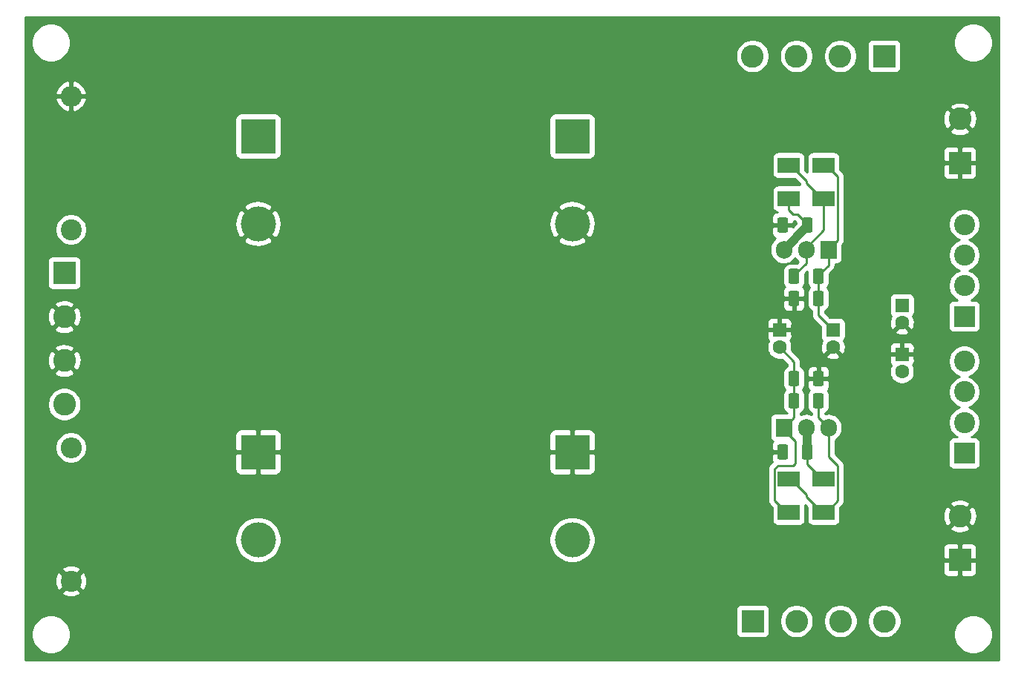
<source format=gbr>
G04 #@! TF.GenerationSoftware,KiCad,Pcbnew,5.1.9*
G04 #@! TF.CreationDate,2021-04-19T04:03:33-04:00*
G04 #@! TF.ProjectId,lm3886_psu_4ch,6c6d3338-3836-45f7-9073-755f3463682e,rev?*
G04 #@! TF.SameCoordinates,Original*
G04 #@! TF.FileFunction,Copper,L2,Bot*
G04 #@! TF.FilePolarity,Positive*
%FSLAX46Y46*%
G04 Gerber Fmt 4.6, Leading zero omitted, Abs format (unit mm)*
G04 Created by KiCad (PCBNEW 5.1.9) date 2021-04-19 04:03:33*
%MOMM*%
%LPD*%
G01*
G04 APERTURE LIST*
G04 #@! TA.AperFunction,ComponentPad*
%ADD10C,0.800000*%
G04 #@! TD*
G04 #@! TA.AperFunction,ComponentPad*
%ADD11C,6.400000*%
G04 #@! TD*
G04 #@! TA.AperFunction,ComponentPad*
%ADD12C,2.600000*%
G04 #@! TD*
G04 #@! TA.AperFunction,ComponentPad*
%ADD13R,2.600000X2.600000*%
G04 #@! TD*
G04 #@! TA.AperFunction,ComponentPad*
%ADD14C,2.400000*%
G04 #@! TD*
G04 #@! TA.AperFunction,ComponentPad*
%ADD15R,2.400000X2.400000*%
G04 #@! TD*
G04 #@! TA.AperFunction,ComponentPad*
%ADD16C,4.000000*%
G04 #@! TD*
G04 #@! TA.AperFunction,ComponentPad*
%ADD17R,4.000000X4.000000*%
G04 #@! TD*
G04 #@! TA.AperFunction,ComponentPad*
%ADD18C,1.600000*%
G04 #@! TD*
G04 #@! TA.AperFunction,ComponentPad*
%ADD19R,1.600000X1.600000*%
G04 #@! TD*
G04 #@! TA.AperFunction,ComponentPad*
%ADD20O,2.400000X2.400000*%
G04 #@! TD*
G04 #@! TA.AperFunction,ComponentPad*
%ADD21O,1.905000X2.000000*%
G04 #@! TD*
G04 #@! TA.AperFunction,ComponentPad*
%ADD22R,1.905000X2.000000*%
G04 #@! TD*
G04 #@! TA.AperFunction,SMDPad,CuDef*
%ADD23R,2.500000X1.800000*%
G04 #@! TD*
G04 #@! TA.AperFunction,ViaPad*
%ADD24C,0.800000*%
G04 #@! TD*
G04 #@! TA.AperFunction,Conductor*
%ADD25C,1.000000*%
G04 #@! TD*
G04 #@! TA.AperFunction,Conductor*
%ADD26C,0.250000*%
G04 #@! TD*
G04 #@! TA.AperFunction,Conductor*
%ADD27C,0.254000*%
G04 #@! TD*
G04 #@! TA.AperFunction,Conductor*
%ADD28C,0.100000*%
G04 #@! TD*
G04 APERTURE END LIST*
D10*
X130983056Y-88726944D03*
X129286000Y-88024000D03*
X127588944Y-88726944D03*
X126886000Y-90424000D03*
X127588944Y-92121056D03*
X129286000Y-92824000D03*
X130983056Y-92121056D03*
X131686000Y-90424000D03*
D11*
X129286000Y-90424000D03*
D12*
X185928000Y-110697000D03*
D13*
X185928000Y-115697000D03*
D12*
X185928000Y-65358000D03*
D13*
X185928000Y-70358000D03*
D12*
X177306000Y-122682000D03*
X172306000Y-122682000D03*
X167306000Y-122682000D03*
D13*
X162306000Y-122682000D03*
D12*
X162292000Y-58166000D03*
X167292000Y-58166000D03*
X172292000Y-58166000D03*
D13*
X177292000Y-58166000D03*
D14*
X186436000Y-93005000D03*
X186436000Y-96505000D03*
X186436000Y-100005000D03*
D15*
X186436000Y-103505000D03*
D14*
X186436000Y-77384000D03*
X186436000Y-80884000D03*
X186436000Y-84384000D03*
D15*
X186436000Y-87884000D03*
D12*
X83820000Y-97931000D03*
X83820000Y-92931000D03*
X83820000Y-87931000D03*
D13*
X83820000Y-82931000D03*
D16*
X141732000Y-113378000D03*
D17*
X141732000Y-103378000D03*
D16*
X141732000Y-77310000D03*
D17*
X141732000Y-67310000D03*
D18*
X179324000Y-94202000D03*
D19*
X179324000Y-92202000D03*
D18*
X179324000Y-88614000D03*
D19*
X179324000Y-86614000D03*
D18*
X165354000Y-91408000D03*
D19*
X165354000Y-89408000D03*
D18*
X171450000Y-91408000D03*
D19*
X171450000Y-89408000D03*
G04 #@! TA.AperFunction,SMDPad,CuDef*
G36*
G01*
X165107000Y-104003000D02*
X165107000Y-102753000D01*
G75*
G02*
X165357000Y-102503000I250000J0D01*
G01*
X166107000Y-102503000D01*
G75*
G02*
X166357000Y-102753000I0J-250000D01*
G01*
X166357000Y-104003000D01*
G75*
G02*
X166107000Y-104253000I-250000J0D01*
G01*
X165357000Y-104253000D01*
G75*
G02*
X165107000Y-104003000I0J250000D01*
G01*
G37*
G04 #@! TD.AperFunction*
G04 #@! TA.AperFunction,SMDPad,CuDef*
G36*
G01*
X167907000Y-104003000D02*
X167907000Y-102753000D01*
G75*
G02*
X168157000Y-102503000I250000J0D01*
G01*
X168907000Y-102503000D01*
G75*
G02*
X169157000Y-102753000I0J-250000D01*
G01*
X169157000Y-104003000D01*
G75*
G02*
X168907000Y-104253000I-250000J0D01*
G01*
X168157000Y-104253000D01*
G75*
G02*
X167907000Y-104003000I0J250000D01*
G01*
G37*
G04 #@! TD.AperFunction*
G04 #@! TA.AperFunction,SMDPad,CuDef*
G36*
G01*
X166357000Y-76845000D02*
X166357000Y-78095000D01*
G75*
G02*
X166107000Y-78345000I-250000J0D01*
G01*
X165357000Y-78345000D01*
G75*
G02*
X165107000Y-78095000I0J250000D01*
G01*
X165107000Y-76845000D01*
G75*
G02*
X165357000Y-76595000I250000J0D01*
G01*
X166107000Y-76595000D01*
G75*
G02*
X166357000Y-76845000I0J-250000D01*
G01*
G37*
G04 #@! TD.AperFunction*
G04 #@! TA.AperFunction,SMDPad,CuDef*
G36*
G01*
X169157000Y-76845000D02*
X169157000Y-78095000D01*
G75*
G02*
X168907000Y-78345000I-250000J0D01*
G01*
X168157000Y-78345000D01*
G75*
G02*
X167907000Y-78095000I0J250000D01*
G01*
X167907000Y-76845000D01*
G75*
G02*
X168157000Y-76595000I250000J0D01*
G01*
X168907000Y-76595000D01*
G75*
G02*
X169157000Y-76845000I0J-250000D01*
G01*
G37*
G04 #@! TD.AperFunction*
D20*
X84582000Y-102870000D03*
D14*
X84582000Y-118110000D03*
D20*
X84582000Y-62738000D03*
D14*
X84582000Y-77978000D03*
D21*
X170942000Y-100584000D03*
X168402000Y-100584000D03*
D22*
X165862000Y-100584000D03*
D21*
X165862000Y-80264000D03*
X168402000Y-80264000D03*
D22*
X170942000Y-80264000D03*
G04 #@! TA.AperFunction,SMDPad,CuDef*
G36*
G01*
X169177000Y-98161000D02*
X169177000Y-96911000D01*
G75*
G02*
X169427000Y-96661000I250000J0D01*
G01*
X170177000Y-96661000D01*
G75*
G02*
X170427000Y-96911000I0J-250000D01*
G01*
X170427000Y-98161000D01*
G75*
G02*
X170177000Y-98411000I-250000J0D01*
G01*
X169427000Y-98411000D01*
G75*
G02*
X169177000Y-98161000I0J250000D01*
G01*
G37*
G04 #@! TD.AperFunction*
G04 #@! TA.AperFunction,SMDPad,CuDef*
G36*
G01*
X166377000Y-98161000D02*
X166377000Y-96911000D01*
G75*
G02*
X166627000Y-96661000I250000J0D01*
G01*
X167377000Y-96661000D01*
G75*
G02*
X167627000Y-96911000I0J-250000D01*
G01*
X167627000Y-98161000D01*
G75*
G02*
X167377000Y-98411000I-250000J0D01*
G01*
X166627000Y-98411000D01*
G75*
G02*
X166377000Y-98161000I0J250000D01*
G01*
G37*
G04 #@! TD.AperFunction*
G04 #@! TA.AperFunction,SMDPad,CuDef*
G36*
G01*
X169177000Y-83937000D02*
X169177000Y-82687000D01*
G75*
G02*
X169427000Y-82437000I250000J0D01*
G01*
X170177000Y-82437000D01*
G75*
G02*
X170427000Y-82687000I0J-250000D01*
G01*
X170427000Y-83937000D01*
G75*
G02*
X170177000Y-84187000I-250000J0D01*
G01*
X169427000Y-84187000D01*
G75*
G02*
X169177000Y-83937000I0J250000D01*
G01*
G37*
G04 #@! TD.AperFunction*
G04 #@! TA.AperFunction,SMDPad,CuDef*
G36*
G01*
X166377000Y-83937000D02*
X166377000Y-82687000D01*
G75*
G02*
X166627000Y-82437000I250000J0D01*
G01*
X167377000Y-82437000D01*
G75*
G02*
X167627000Y-82687000I0J-250000D01*
G01*
X167627000Y-83937000D01*
G75*
G02*
X167377000Y-84187000I-250000J0D01*
G01*
X166627000Y-84187000D01*
G75*
G02*
X166377000Y-83937000I0J250000D01*
G01*
G37*
G04 #@! TD.AperFunction*
G04 #@! TA.AperFunction,SMDPad,CuDef*
G36*
G01*
X167627000Y-94371000D02*
X167627000Y-95621000D01*
G75*
G02*
X167377000Y-95871000I-250000J0D01*
G01*
X166627000Y-95871000D01*
G75*
G02*
X166377000Y-95621000I0J250000D01*
G01*
X166377000Y-94371000D01*
G75*
G02*
X166627000Y-94121000I250000J0D01*
G01*
X167377000Y-94121000D01*
G75*
G02*
X167627000Y-94371000I0J-250000D01*
G01*
G37*
G04 #@! TD.AperFunction*
G04 #@! TA.AperFunction,SMDPad,CuDef*
G36*
G01*
X170427000Y-94371000D02*
X170427000Y-95621000D01*
G75*
G02*
X170177000Y-95871000I-250000J0D01*
G01*
X169427000Y-95871000D01*
G75*
G02*
X169177000Y-95621000I0J250000D01*
G01*
X169177000Y-94371000D01*
G75*
G02*
X169427000Y-94121000I250000J0D01*
G01*
X170177000Y-94121000D01*
G75*
G02*
X170427000Y-94371000I0J-250000D01*
G01*
G37*
G04 #@! TD.AperFunction*
G04 #@! TA.AperFunction,SMDPad,CuDef*
G36*
G01*
X167627000Y-85227000D02*
X167627000Y-86477000D01*
G75*
G02*
X167377000Y-86727000I-250000J0D01*
G01*
X166627000Y-86727000D01*
G75*
G02*
X166377000Y-86477000I0J250000D01*
G01*
X166377000Y-85227000D01*
G75*
G02*
X166627000Y-84977000I250000J0D01*
G01*
X167377000Y-84977000D01*
G75*
G02*
X167627000Y-85227000I0J-250000D01*
G01*
G37*
G04 #@! TD.AperFunction*
G04 #@! TA.AperFunction,SMDPad,CuDef*
G36*
G01*
X170427000Y-85227000D02*
X170427000Y-86477000D01*
G75*
G02*
X170177000Y-86727000I-250000J0D01*
G01*
X169427000Y-86727000D01*
G75*
G02*
X169177000Y-86477000I0J250000D01*
G01*
X169177000Y-85227000D01*
G75*
G02*
X169427000Y-84977000I250000J0D01*
G01*
X170177000Y-84977000D01*
G75*
G02*
X170427000Y-85227000I0J-250000D01*
G01*
G37*
G04 #@! TD.AperFunction*
D23*
X166402000Y-110236000D03*
X170402000Y-110236000D03*
X170402000Y-70612000D03*
X166402000Y-70612000D03*
X170402000Y-106426000D03*
X166402000Y-106426000D03*
X170402000Y-74422000D03*
X166402000Y-74422000D03*
D16*
X105918000Y-113378000D03*
D17*
X105918000Y-103378000D03*
D16*
X105918000Y-77310000D03*
D17*
X105918000Y-67310000D03*
D24*
X175768000Y-75946000D03*
X175768000Y-76708000D03*
X175768000Y-77470000D03*
X175006000Y-75946000D03*
X175006000Y-76708000D03*
X175006000Y-77470000D03*
X174244000Y-75946000D03*
X174244000Y-76708000D03*
X174244000Y-77470000D03*
X161798000Y-76708000D03*
X162560000Y-77470000D03*
X161798000Y-77470000D03*
X161798000Y-75946000D03*
X161036000Y-77470000D03*
X161036000Y-75946000D03*
X162560000Y-76708000D03*
X161036000Y-76708000D03*
X162560000Y-75946000D03*
X161798000Y-104902000D03*
X161036000Y-104902000D03*
X162560000Y-104140000D03*
X162560000Y-104902000D03*
X161798000Y-104140000D03*
X161036000Y-104140000D03*
X162560000Y-103378000D03*
X161798000Y-103378000D03*
X161036000Y-103378000D03*
X175768000Y-104902000D03*
X174244000Y-103378000D03*
X175006000Y-104140000D03*
X175768000Y-104140000D03*
X175006000Y-104902000D03*
X175768000Y-103378000D03*
X175006000Y-103378000D03*
X174244000Y-104902000D03*
X174244000Y-104140000D03*
X163322000Y-76708000D03*
X163322000Y-77470000D03*
X163322000Y-75946000D03*
X173482000Y-75946000D03*
X173482000Y-76708000D03*
X173482000Y-77470000D03*
X163322000Y-104902000D03*
X163322000Y-104140000D03*
X163322000Y-103378000D03*
X173482000Y-104902000D03*
X173482000Y-104140000D03*
X173482000Y-103378000D03*
X161290000Y-81788000D03*
X162560000Y-81788000D03*
X161290000Y-97282000D03*
X162560000Y-97282000D03*
D25*
X168532000Y-77594000D02*
X165862000Y-80264000D01*
X168532000Y-77470000D02*
X168532000Y-77594000D01*
D26*
X168532000Y-77470000D02*
X168532000Y-77346000D01*
X168532000Y-77346000D02*
X167386000Y-76200000D01*
X167386000Y-76200000D02*
X166878000Y-76200000D01*
X166402000Y-75724000D02*
X166402000Y-74422000D01*
X166878000Y-76200000D02*
X166402000Y-75724000D01*
D25*
X168532000Y-100714000D02*
X168402000Y-100584000D01*
X168532000Y-103378000D02*
X168532000Y-100714000D01*
D26*
X168532000Y-103378000D02*
X168532000Y-104778000D01*
X170180000Y-106426000D02*
X170402000Y-106426000D01*
X168532000Y-104778000D02*
X170180000Y-106426000D01*
X170402000Y-70612000D02*
X170688000Y-70612000D01*
X171977001Y-79228999D02*
X170942000Y-80264000D01*
X171977001Y-71901001D02*
X171977001Y-79228999D01*
X170688000Y-70612000D02*
X171977001Y-71901001D01*
X169802000Y-83312000D02*
X169802000Y-83182000D01*
X170942000Y-82042000D02*
X170942000Y-80264000D01*
X169802000Y-83182000D02*
X170942000Y-82042000D01*
X169802000Y-83312000D02*
X169802000Y-85852000D01*
X169802000Y-87760000D02*
X171450000Y-89408000D01*
X169802000Y-85852000D02*
X169802000Y-87760000D01*
X167002000Y-94996000D02*
X167002000Y-97536000D01*
X167002000Y-99444000D02*
X165862000Y-100584000D01*
X167002000Y-97536000D02*
X167002000Y-99444000D01*
X165862000Y-100584000D02*
X165862000Y-100838000D01*
X165862000Y-100838000D02*
X167132000Y-102108000D01*
X167132000Y-102108000D02*
X167132000Y-104648000D01*
X167132000Y-104648000D02*
X166878000Y-104902000D01*
X164826999Y-105265999D02*
X164826999Y-108946999D01*
X165190998Y-104902000D02*
X164826999Y-105265999D01*
X166878000Y-104902000D02*
X165190998Y-104902000D01*
X166116000Y-110236000D02*
X166402000Y-110236000D01*
X164826999Y-108946999D02*
X166116000Y-110236000D01*
X167002000Y-93056000D02*
X165354000Y-91408000D01*
X167002000Y-94996000D02*
X167002000Y-93056000D01*
X168402000Y-80264000D02*
X168402000Y-80010000D01*
X170402000Y-78010000D02*
X170402000Y-74422000D01*
X168402000Y-80010000D02*
X170402000Y-78010000D01*
X167002000Y-83312000D02*
X167002000Y-83188000D01*
X168402000Y-81788000D02*
X168402000Y-80264000D01*
X167002000Y-83188000D02*
X168402000Y-81788000D01*
X166402000Y-70612000D02*
X166624000Y-70612000D01*
X166624000Y-70612000D02*
X168402000Y-72390000D01*
X168402000Y-72390000D02*
X168402000Y-72644000D01*
X170180000Y-74422000D02*
X170402000Y-74422000D01*
X168402000Y-72644000D02*
X170180000Y-74422000D01*
X169802000Y-99444000D02*
X170942000Y-100584000D01*
X169802000Y-97536000D02*
X169802000Y-99444000D01*
X166402000Y-106426000D02*
X166624000Y-106426000D01*
X166624000Y-106426000D02*
X168402000Y-108204000D01*
X168402000Y-108204000D02*
X168402000Y-108458000D01*
X170180000Y-110236000D02*
X170402000Y-110236000D01*
X168402000Y-108458000D02*
X170180000Y-110236000D01*
X170942000Y-100584000D02*
X170942000Y-103886000D01*
X171977001Y-104921001D02*
X171977001Y-108946999D01*
X170942000Y-103886000D02*
X171977001Y-104921001D01*
X170688000Y-110236000D02*
X170402000Y-110236000D01*
X171977001Y-108946999D02*
X170688000Y-110236000D01*
D27*
X190348001Y-127102000D02*
X79400000Y-127102000D01*
X79400000Y-123985872D01*
X80061000Y-123985872D01*
X80061000Y-124426128D01*
X80146890Y-124857925D01*
X80315369Y-125264669D01*
X80559962Y-125630729D01*
X80871271Y-125942038D01*
X81237331Y-126186631D01*
X81644075Y-126355110D01*
X82075872Y-126441000D01*
X82516128Y-126441000D01*
X82947925Y-126355110D01*
X83354669Y-126186631D01*
X83720729Y-125942038D01*
X84032038Y-125630729D01*
X84276631Y-125264669D01*
X84445110Y-124857925D01*
X84531000Y-124426128D01*
X84531000Y-123985872D01*
X84445110Y-123554075D01*
X84276631Y-123147331D01*
X84032038Y-122781271D01*
X83720729Y-122469962D01*
X83354669Y-122225369D01*
X82947925Y-122056890D01*
X82516128Y-121971000D01*
X82075872Y-121971000D01*
X81644075Y-122056890D01*
X81237331Y-122225369D01*
X80871271Y-122469962D01*
X80559962Y-122781271D01*
X80315369Y-123147331D01*
X80146890Y-123554075D01*
X80061000Y-123985872D01*
X79400000Y-123985872D01*
X79400000Y-121382000D01*
X160367928Y-121382000D01*
X160367928Y-123982000D01*
X160380188Y-124106482D01*
X160416498Y-124226180D01*
X160475463Y-124336494D01*
X160554815Y-124433185D01*
X160651506Y-124512537D01*
X160761820Y-124571502D01*
X160881518Y-124607812D01*
X161006000Y-124620072D01*
X163606000Y-124620072D01*
X163730482Y-124607812D01*
X163850180Y-124571502D01*
X163960494Y-124512537D01*
X164057185Y-124433185D01*
X164136537Y-124336494D01*
X164195502Y-124226180D01*
X164231812Y-124106482D01*
X164244072Y-123982000D01*
X164244072Y-122491419D01*
X165371000Y-122491419D01*
X165371000Y-122872581D01*
X165445361Y-123246419D01*
X165591225Y-123598566D01*
X165802987Y-123915491D01*
X166072509Y-124185013D01*
X166389434Y-124396775D01*
X166741581Y-124542639D01*
X167115419Y-124617000D01*
X167496581Y-124617000D01*
X167870419Y-124542639D01*
X168222566Y-124396775D01*
X168539491Y-124185013D01*
X168809013Y-123915491D01*
X169020775Y-123598566D01*
X169166639Y-123246419D01*
X169241000Y-122872581D01*
X169241000Y-122491419D01*
X170371000Y-122491419D01*
X170371000Y-122872581D01*
X170445361Y-123246419D01*
X170591225Y-123598566D01*
X170802987Y-123915491D01*
X171072509Y-124185013D01*
X171389434Y-124396775D01*
X171741581Y-124542639D01*
X172115419Y-124617000D01*
X172496581Y-124617000D01*
X172870419Y-124542639D01*
X173222566Y-124396775D01*
X173539491Y-124185013D01*
X173809013Y-123915491D01*
X174020775Y-123598566D01*
X174166639Y-123246419D01*
X174241000Y-122872581D01*
X174241000Y-122491419D01*
X175371000Y-122491419D01*
X175371000Y-122872581D01*
X175445361Y-123246419D01*
X175591225Y-123598566D01*
X175802987Y-123915491D01*
X176072509Y-124185013D01*
X176389434Y-124396775D01*
X176741581Y-124542639D01*
X177115419Y-124617000D01*
X177496581Y-124617000D01*
X177870419Y-124542639D01*
X178222566Y-124396775D01*
X178539491Y-124185013D01*
X178738632Y-123985872D01*
X185217000Y-123985872D01*
X185217000Y-124426128D01*
X185302890Y-124857925D01*
X185471369Y-125264669D01*
X185715962Y-125630729D01*
X186027271Y-125942038D01*
X186393331Y-126186631D01*
X186800075Y-126355110D01*
X187231872Y-126441000D01*
X187672128Y-126441000D01*
X188103925Y-126355110D01*
X188510669Y-126186631D01*
X188876729Y-125942038D01*
X189188038Y-125630729D01*
X189432631Y-125264669D01*
X189601110Y-124857925D01*
X189687000Y-124426128D01*
X189687000Y-123985872D01*
X189601110Y-123554075D01*
X189432631Y-123147331D01*
X189188038Y-122781271D01*
X188876729Y-122469962D01*
X188510669Y-122225369D01*
X188103925Y-122056890D01*
X187672128Y-121971000D01*
X187231872Y-121971000D01*
X186800075Y-122056890D01*
X186393331Y-122225369D01*
X186027271Y-122469962D01*
X185715962Y-122781271D01*
X185471369Y-123147331D01*
X185302890Y-123554075D01*
X185217000Y-123985872D01*
X178738632Y-123985872D01*
X178809013Y-123915491D01*
X179020775Y-123598566D01*
X179166639Y-123246419D01*
X179241000Y-122872581D01*
X179241000Y-122491419D01*
X179166639Y-122117581D01*
X179020775Y-121765434D01*
X178809013Y-121448509D01*
X178539491Y-121178987D01*
X178222566Y-120967225D01*
X177870419Y-120821361D01*
X177496581Y-120747000D01*
X177115419Y-120747000D01*
X176741581Y-120821361D01*
X176389434Y-120967225D01*
X176072509Y-121178987D01*
X175802987Y-121448509D01*
X175591225Y-121765434D01*
X175445361Y-122117581D01*
X175371000Y-122491419D01*
X174241000Y-122491419D01*
X174166639Y-122117581D01*
X174020775Y-121765434D01*
X173809013Y-121448509D01*
X173539491Y-121178987D01*
X173222566Y-120967225D01*
X172870419Y-120821361D01*
X172496581Y-120747000D01*
X172115419Y-120747000D01*
X171741581Y-120821361D01*
X171389434Y-120967225D01*
X171072509Y-121178987D01*
X170802987Y-121448509D01*
X170591225Y-121765434D01*
X170445361Y-122117581D01*
X170371000Y-122491419D01*
X169241000Y-122491419D01*
X169166639Y-122117581D01*
X169020775Y-121765434D01*
X168809013Y-121448509D01*
X168539491Y-121178987D01*
X168222566Y-120967225D01*
X167870419Y-120821361D01*
X167496581Y-120747000D01*
X167115419Y-120747000D01*
X166741581Y-120821361D01*
X166389434Y-120967225D01*
X166072509Y-121178987D01*
X165802987Y-121448509D01*
X165591225Y-121765434D01*
X165445361Y-122117581D01*
X165371000Y-122491419D01*
X164244072Y-122491419D01*
X164244072Y-121382000D01*
X164231812Y-121257518D01*
X164195502Y-121137820D01*
X164136537Y-121027506D01*
X164057185Y-120930815D01*
X163960494Y-120851463D01*
X163850180Y-120792498D01*
X163730482Y-120756188D01*
X163606000Y-120743928D01*
X161006000Y-120743928D01*
X160881518Y-120756188D01*
X160761820Y-120792498D01*
X160651506Y-120851463D01*
X160554815Y-120930815D01*
X160475463Y-121027506D01*
X160416498Y-121137820D01*
X160380188Y-121257518D01*
X160367928Y-121382000D01*
X79400000Y-121382000D01*
X79400000Y-119387980D01*
X83483626Y-119387980D01*
X83603514Y-119672836D01*
X83927210Y-119833699D01*
X84276069Y-119928322D01*
X84636684Y-119953067D01*
X84995198Y-119906985D01*
X85337833Y-119791846D01*
X85560486Y-119672836D01*
X85680374Y-119387980D01*
X84582000Y-118289605D01*
X83483626Y-119387980D01*
X79400000Y-119387980D01*
X79400000Y-118164684D01*
X82738933Y-118164684D01*
X82785015Y-118523198D01*
X82900154Y-118865833D01*
X83019164Y-119088486D01*
X83304020Y-119208374D01*
X84402395Y-118110000D01*
X84761605Y-118110000D01*
X85859980Y-119208374D01*
X86144836Y-119088486D01*
X86305699Y-118764790D01*
X86400322Y-118415931D01*
X86425067Y-118055316D01*
X86378985Y-117696802D01*
X86263846Y-117354167D01*
X86144836Y-117131514D01*
X85859980Y-117011626D01*
X84761605Y-118110000D01*
X84402395Y-118110000D01*
X83304020Y-117011626D01*
X83019164Y-117131514D01*
X82858301Y-117455210D01*
X82763678Y-117804069D01*
X82738933Y-118164684D01*
X79400000Y-118164684D01*
X79400000Y-116832020D01*
X83483626Y-116832020D01*
X84582000Y-117930395D01*
X85515394Y-116997000D01*
X183989928Y-116997000D01*
X184002188Y-117121482D01*
X184038498Y-117241180D01*
X184097463Y-117351494D01*
X184176815Y-117448185D01*
X184273506Y-117527537D01*
X184383820Y-117586502D01*
X184503518Y-117622812D01*
X184628000Y-117635072D01*
X185642250Y-117632000D01*
X185801000Y-117473250D01*
X185801000Y-115824000D01*
X186055000Y-115824000D01*
X186055000Y-117473250D01*
X186213750Y-117632000D01*
X187228000Y-117635072D01*
X187352482Y-117622812D01*
X187472180Y-117586502D01*
X187582494Y-117527537D01*
X187679185Y-117448185D01*
X187758537Y-117351494D01*
X187817502Y-117241180D01*
X187853812Y-117121482D01*
X187866072Y-116997000D01*
X187863000Y-115982750D01*
X187704250Y-115824000D01*
X186055000Y-115824000D01*
X185801000Y-115824000D01*
X184151750Y-115824000D01*
X183993000Y-115982750D01*
X183989928Y-116997000D01*
X85515394Y-116997000D01*
X85680374Y-116832020D01*
X85560486Y-116547164D01*
X85236790Y-116386301D01*
X84887931Y-116291678D01*
X84527316Y-116266933D01*
X84168802Y-116313015D01*
X83826167Y-116428154D01*
X83603514Y-116547164D01*
X83483626Y-116832020D01*
X79400000Y-116832020D01*
X79400000Y-113118475D01*
X103283000Y-113118475D01*
X103283000Y-113637525D01*
X103384261Y-114146601D01*
X103582893Y-114626141D01*
X103871262Y-115057715D01*
X104238285Y-115424738D01*
X104669859Y-115713107D01*
X105149399Y-115911739D01*
X105658475Y-116013000D01*
X106177525Y-116013000D01*
X106686601Y-115911739D01*
X107166141Y-115713107D01*
X107597715Y-115424738D01*
X107964738Y-115057715D01*
X108253107Y-114626141D01*
X108451739Y-114146601D01*
X108553000Y-113637525D01*
X108553000Y-113118475D01*
X139097000Y-113118475D01*
X139097000Y-113637525D01*
X139198261Y-114146601D01*
X139396893Y-114626141D01*
X139685262Y-115057715D01*
X140052285Y-115424738D01*
X140483859Y-115713107D01*
X140963399Y-115911739D01*
X141472475Y-116013000D01*
X141991525Y-116013000D01*
X142500601Y-115911739D01*
X142980141Y-115713107D01*
X143411715Y-115424738D01*
X143778738Y-115057715D01*
X144067107Y-114626141D01*
X144162020Y-114397000D01*
X183989928Y-114397000D01*
X183993000Y-115411250D01*
X184151750Y-115570000D01*
X185801000Y-115570000D01*
X185801000Y-113920750D01*
X186055000Y-113920750D01*
X186055000Y-115570000D01*
X187704250Y-115570000D01*
X187863000Y-115411250D01*
X187866072Y-114397000D01*
X187853812Y-114272518D01*
X187817502Y-114152820D01*
X187758537Y-114042506D01*
X187679185Y-113945815D01*
X187582494Y-113866463D01*
X187472180Y-113807498D01*
X187352482Y-113771188D01*
X187228000Y-113758928D01*
X186213750Y-113762000D01*
X186055000Y-113920750D01*
X185801000Y-113920750D01*
X185642250Y-113762000D01*
X184628000Y-113758928D01*
X184503518Y-113771188D01*
X184383820Y-113807498D01*
X184273506Y-113866463D01*
X184176815Y-113945815D01*
X184097463Y-114042506D01*
X184038498Y-114152820D01*
X184002188Y-114272518D01*
X183989928Y-114397000D01*
X144162020Y-114397000D01*
X144265739Y-114146601D01*
X144367000Y-113637525D01*
X144367000Y-113118475D01*
X144265739Y-112609399D01*
X144067107Y-112129859D01*
X144011224Y-112046224D01*
X184758381Y-112046224D01*
X184890317Y-112341312D01*
X185231045Y-112512159D01*
X185598557Y-112613250D01*
X185978729Y-112640701D01*
X186356951Y-112593457D01*
X186718690Y-112473333D01*
X186965683Y-112341312D01*
X187097619Y-112046224D01*
X185928000Y-110876605D01*
X184758381Y-112046224D01*
X144011224Y-112046224D01*
X143778738Y-111698285D01*
X143411715Y-111331262D01*
X142980141Y-111042893D01*
X142500601Y-110844261D01*
X141991525Y-110743000D01*
X141472475Y-110743000D01*
X140963399Y-110844261D01*
X140483859Y-111042893D01*
X140052285Y-111331262D01*
X139685262Y-111698285D01*
X139396893Y-112129859D01*
X139198261Y-112609399D01*
X139097000Y-113118475D01*
X108553000Y-113118475D01*
X108451739Y-112609399D01*
X108253107Y-112129859D01*
X107964738Y-111698285D01*
X107597715Y-111331262D01*
X107166141Y-111042893D01*
X106686601Y-110844261D01*
X106177525Y-110743000D01*
X105658475Y-110743000D01*
X105149399Y-110844261D01*
X104669859Y-111042893D01*
X104238285Y-111331262D01*
X103871262Y-111698285D01*
X103582893Y-112129859D01*
X103384261Y-112609399D01*
X103283000Y-113118475D01*
X79400000Y-113118475D01*
X79400000Y-105378000D01*
X103279928Y-105378000D01*
X103292188Y-105502482D01*
X103328498Y-105622180D01*
X103387463Y-105732494D01*
X103466815Y-105829185D01*
X103563506Y-105908537D01*
X103673820Y-105967502D01*
X103793518Y-106003812D01*
X103918000Y-106016072D01*
X105632250Y-106013000D01*
X105791000Y-105854250D01*
X105791000Y-103505000D01*
X106045000Y-103505000D01*
X106045000Y-105854250D01*
X106203750Y-106013000D01*
X107918000Y-106016072D01*
X108042482Y-106003812D01*
X108162180Y-105967502D01*
X108272494Y-105908537D01*
X108369185Y-105829185D01*
X108448537Y-105732494D01*
X108507502Y-105622180D01*
X108543812Y-105502482D01*
X108556072Y-105378000D01*
X139093928Y-105378000D01*
X139106188Y-105502482D01*
X139142498Y-105622180D01*
X139201463Y-105732494D01*
X139280815Y-105829185D01*
X139377506Y-105908537D01*
X139487820Y-105967502D01*
X139607518Y-106003812D01*
X139732000Y-106016072D01*
X141446250Y-106013000D01*
X141605000Y-105854250D01*
X141605000Y-103505000D01*
X141859000Y-103505000D01*
X141859000Y-105854250D01*
X142017750Y-106013000D01*
X143732000Y-106016072D01*
X143856482Y-106003812D01*
X143976180Y-105967502D01*
X144086494Y-105908537D01*
X144183185Y-105829185D01*
X144262537Y-105732494D01*
X144321502Y-105622180D01*
X144357812Y-105502482D01*
X144370072Y-105378000D01*
X144367000Y-103663750D01*
X144208250Y-103505000D01*
X141859000Y-103505000D01*
X141605000Y-103505000D01*
X139255750Y-103505000D01*
X139097000Y-103663750D01*
X139093928Y-105378000D01*
X108556072Y-105378000D01*
X108553000Y-103663750D01*
X108394250Y-103505000D01*
X106045000Y-103505000D01*
X105791000Y-103505000D01*
X103441750Y-103505000D01*
X103283000Y-103663750D01*
X103279928Y-105378000D01*
X79400000Y-105378000D01*
X79400000Y-102689268D01*
X82747000Y-102689268D01*
X82747000Y-103050732D01*
X82817518Y-103405250D01*
X82955844Y-103739199D01*
X83156662Y-104039744D01*
X83412256Y-104295338D01*
X83712801Y-104496156D01*
X84046750Y-104634482D01*
X84401268Y-104705000D01*
X84762732Y-104705000D01*
X85117250Y-104634482D01*
X85451199Y-104496156D01*
X85751744Y-104295338D01*
X86007338Y-104039744D01*
X86208156Y-103739199D01*
X86346482Y-103405250D01*
X86417000Y-103050732D01*
X86417000Y-102689268D01*
X86346482Y-102334750D01*
X86208156Y-102000801D01*
X86007338Y-101700256D01*
X85751744Y-101444662D01*
X85651978Y-101378000D01*
X103279928Y-101378000D01*
X103283000Y-103092250D01*
X103441750Y-103251000D01*
X105791000Y-103251000D01*
X105791000Y-100901750D01*
X106045000Y-100901750D01*
X106045000Y-103251000D01*
X108394250Y-103251000D01*
X108553000Y-103092250D01*
X108556072Y-101378000D01*
X139093928Y-101378000D01*
X139097000Y-103092250D01*
X139255750Y-103251000D01*
X141605000Y-103251000D01*
X141605000Y-100901750D01*
X141859000Y-100901750D01*
X141859000Y-103251000D01*
X144208250Y-103251000D01*
X144367000Y-103092250D01*
X144370072Y-101378000D01*
X144357812Y-101253518D01*
X144321502Y-101133820D01*
X144262537Y-101023506D01*
X144183185Y-100926815D01*
X144086494Y-100847463D01*
X143976180Y-100788498D01*
X143856482Y-100752188D01*
X143732000Y-100739928D01*
X142017750Y-100743000D01*
X141859000Y-100901750D01*
X141605000Y-100901750D01*
X141446250Y-100743000D01*
X139732000Y-100739928D01*
X139607518Y-100752188D01*
X139487820Y-100788498D01*
X139377506Y-100847463D01*
X139280815Y-100926815D01*
X139201463Y-101023506D01*
X139142498Y-101133820D01*
X139106188Y-101253518D01*
X139093928Y-101378000D01*
X108556072Y-101378000D01*
X108543812Y-101253518D01*
X108507502Y-101133820D01*
X108448537Y-101023506D01*
X108369185Y-100926815D01*
X108272494Y-100847463D01*
X108162180Y-100788498D01*
X108042482Y-100752188D01*
X107918000Y-100739928D01*
X106203750Y-100743000D01*
X106045000Y-100901750D01*
X105791000Y-100901750D01*
X105632250Y-100743000D01*
X103918000Y-100739928D01*
X103793518Y-100752188D01*
X103673820Y-100788498D01*
X103563506Y-100847463D01*
X103466815Y-100926815D01*
X103387463Y-101023506D01*
X103328498Y-101133820D01*
X103292188Y-101253518D01*
X103279928Y-101378000D01*
X85651978Y-101378000D01*
X85451199Y-101243844D01*
X85117250Y-101105518D01*
X84762732Y-101035000D01*
X84401268Y-101035000D01*
X84046750Y-101105518D01*
X83712801Y-101243844D01*
X83412256Y-101444662D01*
X83156662Y-101700256D01*
X82955844Y-102000801D01*
X82817518Y-102334750D01*
X82747000Y-102689268D01*
X79400000Y-102689268D01*
X79400000Y-97740419D01*
X81885000Y-97740419D01*
X81885000Y-98121581D01*
X81959361Y-98495419D01*
X82105225Y-98847566D01*
X82316987Y-99164491D01*
X82586509Y-99434013D01*
X82903434Y-99645775D01*
X83255581Y-99791639D01*
X83629419Y-99866000D01*
X84010581Y-99866000D01*
X84384419Y-99791639D01*
X84736566Y-99645775D01*
X85053491Y-99434013D01*
X85323013Y-99164491D01*
X85534775Y-98847566D01*
X85680639Y-98495419D01*
X85755000Y-98121581D01*
X85755000Y-97740419D01*
X85680639Y-97366581D01*
X85534775Y-97014434D01*
X85323013Y-96697509D01*
X85053491Y-96427987D01*
X84736566Y-96216225D01*
X84384419Y-96070361D01*
X84010581Y-95996000D01*
X83629419Y-95996000D01*
X83255581Y-96070361D01*
X82903434Y-96216225D01*
X82586509Y-96427987D01*
X82316987Y-96697509D01*
X82105225Y-97014434D01*
X81959361Y-97366581D01*
X81885000Y-97740419D01*
X79400000Y-97740419D01*
X79400000Y-94280224D01*
X82650381Y-94280224D01*
X82782317Y-94575312D01*
X83123045Y-94746159D01*
X83490557Y-94847250D01*
X83870729Y-94874701D01*
X84248951Y-94827457D01*
X84610690Y-94707333D01*
X84857683Y-94575312D01*
X84989619Y-94280224D01*
X83820000Y-93110605D01*
X82650381Y-94280224D01*
X79400000Y-94280224D01*
X79400000Y-92981729D01*
X81876299Y-92981729D01*
X81923543Y-93359951D01*
X82043667Y-93721690D01*
X82175688Y-93968683D01*
X82470776Y-94100619D01*
X83640395Y-92931000D01*
X83999605Y-92931000D01*
X85169224Y-94100619D01*
X85464312Y-93968683D01*
X85635159Y-93627955D01*
X85736250Y-93260443D01*
X85746038Y-93124881D01*
X126764724Y-93124881D01*
X127124912Y-93614548D01*
X127788882Y-93974849D01*
X128510385Y-94198694D01*
X129261695Y-94277480D01*
X130013938Y-94208178D01*
X130738208Y-93993452D01*
X131406670Y-93641555D01*
X131447088Y-93614548D01*
X131807276Y-93124881D01*
X129286000Y-90603605D01*
X126764724Y-93124881D01*
X85746038Y-93124881D01*
X85763701Y-92880271D01*
X85716457Y-92502049D01*
X85596333Y-92140310D01*
X85464312Y-91893317D01*
X85169224Y-91761381D01*
X83999605Y-92931000D01*
X83640395Y-92931000D01*
X82470776Y-91761381D01*
X82175688Y-91893317D01*
X82004841Y-92234045D01*
X81903750Y-92601557D01*
X81876299Y-92981729D01*
X79400000Y-92981729D01*
X79400000Y-91581776D01*
X82650381Y-91581776D01*
X83820000Y-92751395D01*
X84989619Y-91581776D01*
X84857683Y-91286688D01*
X84516955Y-91115841D01*
X84149443Y-91014750D01*
X83769271Y-90987299D01*
X83391049Y-91034543D01*
X83029310Y-91154667D01*
X82782317Y-91286688D01*
X82650381Y-91581776D01*
X79400000Y-91581776D01*
X79400000Y-90399695D01*
X125432520Y-90399695D01*
X125501822Y-91151938D01*
X125716548Y-91876208D01*
X126068445Y-92544670D01*
X126095452Y-92585088D01*
X126585119Y-92945276D01*
X129106395Y-90424000D01*
X129465605Y-90424000D01*
X131986881Y-92945276D01*
X132476548Y-92585088D01*
X132836849Y-91921118D01*
X133060694Y-91199615D01*
X133139480Y-90448305D01*
X133117342Y-90208000D01*
X163915928Y-90208000D01*
X163928188Y-90332482D01*
X163964498Y-90452180D01*
X164023463Y-90562494D01*
X164102815Y-90659185D01*
X164119393Y-90672790D01*
X164082320Y-90728273D01*
X163974147Y-90989426D01*
X163919000Y-91266665D01*
X163919000Y-91549335D01*
X163974147Y-91826574D01*
X164082320Y-92087727D01*
X164239363Y-92322759D01*
X164439241Y-92522637D01*
X164674273Y-92679680D01*
X164935426Y-92787853D01*
X165212665Y-92843000D01*
X165495335Y-92843000D01*
X165677886Y-92806688D01*
X166242001Y-93370803D01*
X166242001Y-93574661D01*
X166133614Y-93632595D01*
X165999038Y-93743038D01*
X165888595Y-93877614D01*
X165806528Y-94031150D01*
X165755992Y-94197746D01*
X165738928Y-94371000D01*
X165738928Y-95621000D01*
X165755992Y-95794254D01*
X165806528Y-95960850D01*
X165888595Y-96114386D01*
X165999038Y-96248962D01*
X166019799Y-96266000D01*
X165999038Y-96283038D01*
X165888595Y-96417614D01*
X165806528Y-96571150D01*
X165755992Y-96737746D01*
X165738928Y-96911000D01*
X165738928Y-98161000D01*
X165755992Y-98334254D01*
X165806528Y-98500850D01*
X165888595Y-98654386D01*
X165999038Y-98788962D01*
X166133614Y-98899405D01*
X166220652Y-98945928D01*
X164909500Y-98945928D01*
X164785018Y-98958188D01*
X164665320Y-98994498D01*
X164555006Y-99053463D01*
X164458315Y-99132815D01*
X164378963Y-99229506D01*
X164319998Y-99339820D01*
X164283688Y-99459518D01*
X164271428Y-99584000D01*
X164271428Y-101584000D01*
X164283688Y-101708482D01*
X164319998Y-101828180D01*
X164378963Y-101938494D01*
X164458315Y-102035185D01*
X164555006Y-102114537D01*
X164589298Y-102132867D01*
X164576463Y-102148506D01*
X164517498Y-102258820D01*
X164481188Y-102378518D01*
X164468928Y-102503000D01*
X164472000Y-103092250D01*
X164630750Y-103251000D01*
X165605000Y-103251000D01*
X165605000Y-103231000D01*
X165859000Y-103231000D01*
X165859000Y-103251000D01*
X165879000Y-103251000D01*
X165879000Y-103505000D01*
X165859000Y-103505000D01*
X165859000Y-103525000D01*
X165605000Y-103525000D01*
X165605000Y-103505000D01*
X164630750Y-103505000D01*
X164472000Y-103663750D01*
X164468928Y-104253000D01*
X164481188Y-104377482D01*
X164517498Y-104497180D01*
X164518724Y-104499473D01*
X164316002Y-104702195D01*
X164286998Y-104725998D01*
X164231870Y-104793173D01*
X164192025Y-104841723D01*
X164134588Y-104949180D01*
X164121453Y-104973753D01*
X164077996Y-105117014D01*
X164066999Y-105228667D01*
X164066999Y-105228677D01*
X164063323Y-105265999D01*
X164066999Y-105303322D01*
X164067000Y-108909667D01*
X164063323Y-108946999D01*
X164067000Y-108984332D01*
X164077701Y-109092974D01*
X164077997Y-109095984D01*
X164121453Y-109239245D01*
X164192025Y-109371275D01*
X164263200Y-109458001D01*
X164286999Y-109487000D01*
X164315997Y-109510798D01*
X164513928Y-109708729D01*
X164513928Y-111136000D01*
X164526188Y-111260482D01*
X164562498Y-111380180D01*
X164621463Y-111490494D01*
X164700815Y-111587185D01*
X164797506Y-111666537D01*
X164907820Y-111725502D01*
X165027518Y-111761812D01*
X165152000Y-111774072D01*
X167652000Y-111774072D01*
X167776482Y-111761812D01*
X167896180Y-111725502D01*
X168006494Y-111666537D01*
X168103185Y-111587185D01*
X168182537Y-111490494D01*
X168241502Y-111380180D01*
X168277812Y-111260482D01*
X168290072Y-111136000D01*
X168290072Y-109420873D01*
X168513928Y-109644729D01*
X168513928Y-111136000D01*
X168526188Y-111260482D01*
X168562498Y-111380180D01*
X168621463Y-111490494D01*
X168700815Y-111587185D01*
X168797506Y-111666537D01*
X168907820Y-111725502D01*
X169027518Y-111761812D01*
X169152000Y-111774072D01*
X171652000Y-111774072D01*
X171776482Y-111761812D01*
X171896180Y-111725502D01*
X172006494Y-111666537D01*
X172103185Y-111587185D01*
X172182537Y-111490494D01*
X172241502Y-111380180D01*
X172277812Y-111260482D01*
X172290072Y-111136000D01*
X172290072Y-110747729D01*
X183984299Y-110747729D01*
X184031543Y-111125951D01*
X184151667Y-111487690D01*
X184283688Y-111734683D01*
X184578776Y-111866619D01*
X185748395Y-110697000D01*
X186107605Y-110697000D01*
X187277224Y-111866619D01*
X187572312Y-111734683D01*
X187743159Y-111393955D01*
X187844250Y-111026443D01*
X187871701Y-110646271D01*
X187824457Y-110268049D01*
X187704333Y-109906310D01*
X187572312Y-109659317D01*
X187277224Y-109527381D01*
X186107605Y-110697000D01*
X185748395Y-110697000D01*
X184578776Y-109527381D01*
X184283688Y-109659317D01*
X184112841Y-110000045D01*
X184011750Y-110367557D01*
X183984299Y-110747729D01*
X172290072Y-110747729D01*
X172290072Y-109708730D01*
X172488004Y-109510798D01*
X172517002Y-109487000D01*
X172611975Y-109371275D01*
X172624535Y-109347776D01*
X184758381Y-109347776D01*
X185928000Y-110517395D01*
X187097619Y-109347776D01*
X186965683Y-109052688D01*
X186624955Y-108881841D01*
X186257443Y-108780750D01*
X185877271Y-108753299D01*
X185499049Y-108800543D01*
X185137310Y-108920667D01*
X184890317Y-109052688D01*
X184758381Y-109347776D01*
X172624535Y-109347776D01*
X172682547Y-109239246D01*
X172726004Y-109095985D01*
X172737001Y-108984332D01*
X172737001Y-108984324D01*
X172740677Y-108946999D01*
X172737001Y-108909674D01*
X172737001Y-104958323D01*
X172740677Y-104921000D01*
X172737001Y-104883677D01*
X172737001Y-104883668D01*
X172726004Y-104772015D01*
X172682547Y-104628754D01*
X172611975Y-104496725D01*
X172558591Y-104431676D01*
X172540800Y-104409997D01*
X172540796Y-104409993D01*
X172517002Y-104381000D01*
X172488010Y-104357207D01*
X171702000Y-103571199D01*
X171702000Y-102305000D01*
X184597928Y-102305000D01*
X184597928Y-104705000D01*
X184610188Y-104829482D01*
X184646498Y-104949180D01*
X184705463Y-105059494D01*
X184784815Y-105156185D01*
X184881506Y-105235537D01*
X184991820Y-105294502D01*
X185111518Y-105330812D01*
X185236000Y-105343072D01*
X187636000Y-105343072D01*
X187760482Y-105330812D01*
X187880180Y-105294502D01*
X187990494Y-105235537D01*
X188087185Y-105156185D01*
X188166537Y-105059494D01*
X188225502Y-104949180D01*
X188261812Y-104829482D01*
X188274072Y-104705000D01*
X188274072Y-102305000D01*
X188261812Y-102180518D01*
X188225502Y-102060820D01*
X188166537Y-101950506D01*
X188087185Y-101853815D01*
X187990494Y-101774463D01*
X187880180Y-101715498D01*
X187760482Y-101679188D01*
X187636000Y-101666928D01*
X187218838Y-101666928D01*
X187305199Y-101631156D01*
X187605744Y-101430338D01*
X187861338Y-101174744D01*
X188062156Y-100874199D01*
X188200482Y-100540250D01*
X188271000Y-100185732D01*
X188271000Y-99824268D01*
X188200482Y-99469750D01*
X188062156Y-99135801D01*
X187861338Y-98835256D01*
X187605744Y-98579662D01*
X187305199Y-98378844D01*
X187006213Y-98255000D01*
X187305199Y-98131156D01*
X187605744Y-97930338D01*
X187861338Y-97674744D01*
X188062156Y-97374199D01*
X188200482Y-97040250D01*
X188271000Y-96685732D01*
X188271000Y-96324268D01*
X188200482Y-95969750D01*
X188062156Y-95635801D01*
X187861338Y-95335256D01*
X187605744Y-95079662D01*
X187305199Y-94878844D01*
X187006213Y-94755000D01*
X187305199Y-94631156D01*
X187605744Y-94430338D01*
X187861338Y-94174744D01*
X188062156Y-93874199D01*
X188200482Y-93540250D01*
X188271000Y-93185732D01*
X188271000Y-92824268D01*
X188200482Y-92469750D01*
X188062156Y-92135801D01*
X187861338Y-91835256D01*
X187605744Y-91579662D01*
X187305199Y-91378844D01*
X186971250Y-91240518D01*
X186616732Y-91170000D01*
X186255268Y-91170000D01*
X185900750Y-91240518D01*
X185566801Y-91378844D01*
X185266256Y-91579662D01*
X185010662Y-91835256D01*
X184809844Y-92135801D01*
X184671518Y-92469750D01*
X184601000Y-92824268D01*
X184601000Y-93185732D01*
X184671518Y-93540250D01*
X184809844Y-93874199D01*
X185010662Y-94174744D01*
X185266256Y-94430338D01*
X185566801Y-94631156D01*
X185865787Y-94755000D01*
X185566801Y-94878844D01*
X185266256Y-95079662D01*
X185010662Y-95335256D01*
X184809844Y-95635801D01*
X184671518Y-95969750D01*
X184601000Y-96324268D01*
X184601000Y-96685732D01*
X184671518Y-97040250D01*
X184809844Y-97374199D01*
X185010662Y-97674744D01*
X185266256Y-97930338D01*
X185566801Y-98131156D01*
X185865787Y-98255000D01*
X185566801Y-98378844D01*
X185266256Y-98579662D01*
X185010662Y-98835256D01*
X184809844Y-99135801D01*
X184671518Y-99469750D01*
X184601000Y-99824268D01*
X184601000Y-100185732D01*
X184671518Y-100540250D01*
X184809844Y-100874199D01*
X185010662Y-101174744D01*
X185266256Y-101430338D01*
X185566801Y-101631156D01*
X185653162Y-101666928D01*
X185236000Y-101666928D01*
X185111518Y-101679188D01*
X184991820Y-101715498D01*
X184881506Y-101774463D01*
X184784815Y-101853815D01*
X184705463Y-101950506D01*
X184646498Y-102060820D01*
X184610188Y-102180518D01*
X184597928Y-102305000D01*
X171702000Y-102305000D01*
X171702000Y-102025319D01*
X171828235Y-101957845D01*
X172069963Y-101759463D01*
X172268345Y-101517734D01*
X172415755Y-101241948D01*
X172506530Y-100942703D01*
X172529500Y-100709485D01*
X172529500Y-100458514D01*
X172506530Y-100225296D01*
X172415755Y-99926051D01*
X172268345Y-99650265D01*
X172069963Y-99408537D01*
X171828234Y-99210155D01*
X171552448Y-99062745D01*
X171253203Y-98971970D01*
X170942000Y-98941319D01*
X170630796Y-98971970D01*
X170562000Y-98992839D01*
X170562000Y-98957339D01*
X170670386Y-98899405D01*
X170804962Y-98788962D01*
X170915405Y-98654386D01*
X170997472Y-98500850D01*
X171048008Y-98334254D01*
X171065072Y-98161000D01*
X171065072Y-96911000D01*
X171048008Y-96737746D01*
X170997472Y-96571150D01*
X170915405Y-96417614D01*
X170853628Y-96342338D01*
X170878185Y-96322185D01*
X170957537Y-96225494D01*
X171016502Y-96115180D01*
X171052812Y-95995482D01*
X171065072Y-95871000D01*
X171062000Y-95281750D01*
X170903250Y-95123000D01*
X169929000Y-95123000D01*
X169929000Y-95143000D01*
X169675000Y-95143000D01*
X169675000Y-95123000D01*
X168700750Y-95123000D01*
X168542000Y-95281750D01*
X168538928Y-95871000D01*
X168551188Y-95995482D01*
X168587498Y-96115180D01*
X168646463Y-96225494D01*
X168725815Y-96322185D01*
X168750372Y-96342338D01*
X168688595Y-96417614D01*
X168606528Y-96571150D01*
X168555992Y-96737746D01*
X168538928Y-96911000D01*
X168538928Y-98161000D01*
X168555992Y-98334254D01*
X168606528Y-98500850D01*
X168688595Y-98654386D01*
X168799038Y-98788962D01*
X168933614Y-98899405D01*
X169042001Y-98957339D01*
X169042001Y-99078541D01*
X169012448Y-99062745D01*
X168713203Y-98971970D01*
X168402000Y-98941319D01*
X168090796Y-98971970D01*
X167791551Y-99062745D01*
X167762000Y-99078540D01*
X167762000Y-98957339D01*
X167870386Y-98899405D01*
X168004962Y-98788962D01*
X168115405Y-98654386D01*
X168197472Y-98500850D01*
X168248008Y-98334254D01*
X168265072Y-98161000D01*
X168265072Y-96911000D01*
X168248008Y-96737746D01*
X168197472Y-96571150D01*
X168115405Y-96417614D01*
X168004962Y-96283038D01*
X167984201Y-96266000D01*
X168004962Y-96248962D01*
X168115405Y-96114386D01*
X168197472Y-95960850D01*
X168248008Y-95794254D01*
X168265072Y-95621000D01*
X168265072Y-94371000D01*
X168248008Y-94197746D01*
X168224728Y-94121000D01*
X168538928Y-94121000D01*
X168542000Y-94710250D01*
X168700750Y-94869000D01*
X169675000Y-94869000D01*
X169675000Y-93644750D01*
X169929000Y-93644750D01*
X169929000Y-94869000D01*
X170903250Y-94869000D01*
X171062000Y-94710250D01*
X171065072Y-94121000D01*
X171052812Y-93996518D01*
X171016502Y-93876820D01*
X170957537Y-93766506D01*
X170878185Y-93669815D01*
X170781494Y-93590463D01*
X170671180Y-93531498D01*
X170551482Y-93495188D01*
X170427000Y-93482928D01*
X170087750Y-93486000D01*
X169929000Y-93644750D01*
X169675000Y-93644750D01*
X169516250Y-93486000D01*
X169177000Y-93482928D01*
X169052518Y-93495188D01*
X168932820Y-93531498D01*
X168822506Y-93590463D01*
X168725815Y-93669815D01*
X168646463Y-93766506D01*
X168587498Y-93876820D01*
X168551188Y-93996518D01*
X168538928Y-94121000D01*
X168224728Y-94121000D01*
X168197472Y-94031150D01*
X168115405Y-93877614D01*
X168004962Y-93743038D01*
X167870386Y-93632595D01*
X167762000Y-93574661D01*
X167762000Y-93093323D01*
X167765676Y-93056000D01*
X167762000Y-93018677D01*
X167762000Y-93018667D01*
X167760359Y-93002000D01*
X177885928Y-93002000D01*
X177898188Y-93126482D01*
X177934498Y-93246180D01*
X177993463Y-93356494D01*
X178072815Y-93453185D01*
X178089393Y-93466790D01*
X178052320Y-93522273D01*
X177944147Y-93783426D01*
X177889000Y-94060665D01*
X177889000Y-94343335D01*
X177944147Y-94620574D01*
X178052320Y-94881727D01*
X178209363Y-95116759D01*
X178409241Y-95316637D01*
X178644273Y-95473680D01*
X178905426Y-95581853D01*
X179182665Y-95637000D01*
X179465335Y-95637000D01*
X179742574Y-95581853D01*
X180003727Y-95473680D01*
X180238759Y-95316637D01*
X180438637Y-95116759D01*
X180595680Y-94881727D01*
X180703853Y-94620574D01*
X180759000Y-94343335D01*
X180759000Y-94060665D01*
X180703853Y-93783426D01*
X180595680Y-93522273D01*
X180558607Y-93466790D01*
X180575185Y-93453185D01*
X180654537Y-93356494D01*
X180713502Y-93246180D01*
X180749812Y-93126482D01*
X180762072Y-93002000D01*
X180759000Y-92487750D01*
X180600250Y-92329000D01*
X179451000Y-92329000D01*
X179451000Y-92349000D01*
X179197000Y-92349000D01*
X179197000Y-92329000D01*
X178047750Y-92329000D01*
X177889000Y-92487750D01*
X177885928Y-93002000D01*
X167760359Y-93002000D01*
X167751003Y-92907014D01*
X167707546Y-92763753D01*
X167679671Y-92711603D01*
X167636974Y-92631723D01*
X167565799Y-92544997D01*
X167542001Y-92515999D01*
X167513003Y-92492201D01*
X167421504Y-92400702D01*
X170636903Y-92400702D01*
X170708486Y-92644671D01*
X170963996Y-92765571D01*
X171238184Y-92834300D01*
X171520512Y-92848217D01*
X171800130Y-92806787D01*
X172066292Y-92711603D01*
X172191514Y-92644671D01*
X172263097Y-92400702D01*
X171450000Y-91587605D01*
X170636903Y-92400702D01*
X167421504Y-92400702D01*
X166752688Y-91731886D01*
X166789000Y-91549335D01*
X166789000Y-91266665D01*
X166733853Y-90989426D01*
X166625680Y-90728273D01*
X166588607Y-90672790D01*
X166605185Y-90659185D01*
X166684537Y-90562494D01*
X166743502Y-90452180D01*
X166779812Y-90332482D01*
X166792072Y-90208000D01*
X166789000Y-89693750D01*
X166630250Y-89535000D01*
X165481000Y-89535000D01*
X165481000Y-89555000D01*
X165227000Y-89555000D01*
X165227000Y-89535000D01*
X164077750Y-89535000D01*
X163919000Y-89693750D01*
X163915928Y-90208000D01*
X133117342Y-90208000D01*
X133070178Y-89696062D01*
X132855452Y-88971792D01*
X132663942Y-88608000D01*
X163915928Y-88608000D01*
X163919000Y-89122250D01*
X164077750Y-89281000D01*
X165227000Y-89281000D01*
X165227000Y-88131750D01*
X165481000Y-88131750D01*
X165481000Y-89281000D01*
X166630250Y-89281000D01*
X166789000Y-89122250D01*
X166792072Y-88608000D01*
X166779812Y-88483518D01*
X166743502Y-88363820D01*
X166684537Y-88253506D01*
X166605185Y-88156815D01*
X166508494Y-88077463D01*
X166398180Y-88018498D01*
X166278482Y-87982188D01*
X166154000Y-87969928D01*
X165639750Y-87973000D01*
X165481000Y-88131750D01*
X165227000Y-88131750D01*
X165068250Y-87973000D01*
X164554000Y-87969928D01*
X164429518Y-87982188D01*
X164309820Y-88018498D01*
X164199506Y-88077463D01*
X164102815Y-88156815D01*
X164023463Y-88253506D01*
X163964498Y-88363820D01*
X163928188Y-88483518D01*
X163915928Y-88608000D01*
X132663942Y-88608000D01*
X132503555Y-88303330D01*
X132476548Y-88262912D01*
X131986881Y-87902724D01*
X129465605Y-90424000D01*
X129106395Y-90424000D01*
X126585119Y-87902724D01*
X126095452Y-88262912D01*
X125735151Y-88926882D01*
X125511306Y-89648385D01*
X125432520Y-90399695D01*
X79400000Y-90399695D01*
X79400000Y-89280224D01*
X82650381Y-89280224D01*
X82782317Y-89575312D01*
X83123045Y-89746159D01*
X83490557Y-89847250D01*
X83870729Y-89874701D01*
X84248951Y-89827457D01*
X84610690Y-89707333D01*
X84857683Y-89575312D01*
X84989619Y-89280224D01*
X83820000Y-88110605D01*
X82650381Y-89280224D01*
X79400000Y-89280224D01*
X79400000Y-87981729D01*
X81876299Y-87981729D01*
X81923543Y-88359951D01*
X82043667Y-88721690D01*
X82175688Y-88968683D01*
X82470776Y-89100619D01*
X83640395Y-87931000D01*
X83999605Y-87931000D01*
X85169224Y-89100619D01*
X85464312Y-88968683D01*
X85635159Y-88627955D01*
X85736250Y-88260443D01*
X85763701Y-87880271D01*
X85744072Y-87723119D01*
X126764724Y-87723119D01*
X129286000Y-90244395D01*
X131807276Y-87723119D01*
X131447088Y-87233452D01*
X130783118Y-86873151D01*
X130312041Y-86727000D01*
X165738928Y-86727000D01*
X165751188Y-86851482D01*
X165787498Y-86971180D01*
X165846463Y-87081494D01*
X165925815Y-87178185D01*
X166022506Y-87257537D01*
X166132820Y-87316502D01*
X166252518Y-87352812D01*
X166377000Y-87365072D01*
X166716250Y-87362000D01*
X166875000Y-87203250D01*
X166875000Y-85979000D01*
X167129000Y-85979000D01*
X167129000Y-87203250D01*
X167287750Y-87362000D01*
X167627000Y-87365072D01*
X167751482Y-87352812D01*
X167871180Y-87316502D01*
X167981494Y-87257537D01*
X168078185Y-87178185D01*
X168157537Y-87081494D01*
X168216502Y-86971180D01*
X168252812Y-86851482D01*
X168265072Y-86727000D01*
X168262000Y-86137750D01*
X168103250Y-85979000D01*
X167129000Y-85979000D01*
X166875000Y-85979000D01*
X165900750Y-85979000D01*
X165742000Y-86137750D01*
X165738928Y-86727000D01*
X130312041Y-86727000D01*
X130061615Y-86649306D01*
X129310305Y-86570520D01*
X128558062Y-86639822D01*
X127833792Y-86854548D01*
X127165330Y-87206445D01*
X127124912Y-87233452D01*
X126764724Y-87723119D01*
X85744072Y-87723119D01*
X85716457Y-87502049D01*
X85596333Y-87140310D01*
X85464312Y-86893317D01*
X85169224Y-86761381D01*
X83999605Y-87931000D01*
X83640395Y-87931000D01*
X82470776Y-86761381D01*
X82175688Y-86893317D01*
X82004841Y-87234045D01*
X81903750Y-87601557D01*
X81876299Y-87981729D01*
X79400000Y-87981729D01*
X79400000Y-86581776D01*
X82650381Y-86581776D01*
X83820000Y-87751395D01*
X84989619Y-86581776D01*
X84857683Y-86286688D01*
X84516955Y-86115841D01*
X84149443Y-86014750D01*
X83769271Y-85987299D01*
X83391049Y-86034543D01*
X83029310Y-86154667D01*
X82782317Y-86286688D01*
X82650381Y-86581776D01*
X79400000Y-86581776D01*
X79400000Y-81631000D01*
X81881928Y-81631000D01*
X81881928Y-84231000D01*
X81894188Y-84355482D01*
X81930498Y-84475180D01*
X81989463Y-84585494D01*
X82068815Y-84682185D01*
X82165506Y-84761537D01*
X82275820Y-84820502D01*
X82395518Y-84856812D01*
X82520000Y-84869072D01*
X85120000Y-84869072D01*
X85244482Y-84856812D01*
X85364180Y-84820502D01*
X85474494Y-84761537D01*
X85571185Y-84682185D01*
X85650537Y-84585494D01*
X85709502Y-84475180D01*
X85745812Y-84355482D01*
X85758072Y-84231000D01*
X85758072Y-81631000D01*
X85745812Y-81506518D01*
X85709502Y-81386820D01*
X85650537Y-81276506D01*
X85571185Y-81179815D01*
X85474494Y-81100463D01*
X85364180Y-81041498D01*
X85244482Y-81005188D01*
X85120000Y-80992928D01*
X82520000Y-80992928D01*
X82395518Y-81005188D01*
X82275820Y-81041498D01*
X82165506Y-81100463D01*
X82068815Y-81179815D01*
X81989463Y-81276506D01*
X81930498Y-81386820D01*
X81894188Y-81506518D01*
X81881928Y-81631000D01*
X79400000Y-81631000D01*
X79400000Y-80138514D01*
X164274500Y-80138514D01*
X164274500Y-80389485D01*
X164297470Y-80622703D01*
X164388245Y-80921948D01*
X164535655Y-81197734D01*
X164734037Y-81439463D01*
X164975765Y-81637845D01*
X165251551Y-81785255D01*
X165550796Y-81876030D01*
X165862000Y-81906681D01*
X166173203Y-81876030D01*
X166472448Y-81785255D01*
X166748234Y-81637845D01*
X166989963Y-81439463D01*
X167132000Y-81266391D01*
X167274037Y-81439463D01*
X167494668Y-81620531D01*
X167316270Y-81798928D01*
X166627000Y-81798928D01*
X166453746Y-81815992D01*
X166287150Y-81866528D01*
X166133614Y-81948595D01*
X165999038Y-82059038D01*
X165888595Y-82193614D01*
X165806528Y-82347150D01*
X165755992Y-82513746D01*
X165738928Y-82687000D01*
X165738928Y-83937000D01*
X165755992Y-84110254D01*
X165806528Y-84276850D01*
X165888595Y-84430386D01*
X165950372Y-84505662D01*
X165925815Y-84525815D01*
X165846463Y-84622506D01*
X165787498Y-84732820D01*
X165751188Y-84852518D01*
X165738928Y-84977000D01*
X165742000Y-85566250D01*
X165900750Y-85725000D01*
X166875000Y-85725000D01*
X166875000Y-85705000D01*
X167129000Y-85705000D01*
X167129000Y-85725000D01*
X168103250Y-85725000D01*
X168262000Y-85566250D01*
X168265072Y-84977000D01*
X168252812Y-84852518D01*
X168216502Y-84732820D01*
X168157537Y-84622506D01*
X168078185Y-84525815D01*
X168053628Y-84505662D01*
X168115405Y-84430386D01*
X168197472Y-84276850D01*
X168248008Y-84110254D01*
X168265072Y-83937000D01*
X168265072Y-82999730D01*
X168538928Y-82725874D01*
X168538928Y-83937000D01*
X168555992Y-84110254D01*
X168606528Y-84276850D01*
X168688595Y-84430386D01*
X168799038Y-84564962D01*
X168819799Y-84582000D01*
X168799038Y-84599038D01*
X168688595Y-84733614D01*
X168606528Y-84887150D01*
X168555992Y-85053746D01*
X168538928Y-85227000D01*
X168538928Y-86477000D01*
X168555992Y-86650254D01*
X168606528Y-86816850D01*
X168688595Y-86970386D01*
X168799038Y-87104962D01*
X168933614Y-87215405D01*
X169042001Y-87273339D01*
X169042001Y-87722668D01*
X169038324Y-87760000D01*
X169042001Y-87797333D01*
X169052756Y-87906523D01*
X169052998Y-87908985D01*
X169096454Y-88052246D01*
X169167026Y-88184276D01*
X169231562Y-88262912D01*
X169262000Y-88300001D01*
X169290998Y-88323799D01*
X170011928Y-89044729D01*
X170011928Y-90208000D01*
X170024188Y-90332482D01*
X170060498Y-90452180D01*
X170119463Y-90562494D01*
X170198815Y-90659185D01*
X170211758Y-90669807D01*
X170092429Y-90921996D01*
X170023700Y-91196184D01*
X170009783Y-91478512D01*
X170051213Y-91758130D01*
X170146397Y-92024292D01*
X170213329Y-92149514D01*
X170457298Y-92221097D01*
X171270395Y-91408000D01*
X171256253Y-91393858D01*
X171435858Y-91214253D01*
X171450000Y-91228395D01*
X171464143Y-91214253D01*
X171643748Y-91393858D01*
X171629605Y-91408000D01*
X172442702Y-92221097D01*
X172686671Y-92149514D01*
X172807571Y-91894004D01*
X172876300Y-91619816D01*
X172887036Y-91402000D01*
X177885928Y-91402000D01*
X177889000Y-91916250D01*
X178047750Y-92075000D01*
X179197000Y-92075000D01*
X179197000Y-90925750D01*
X179451000Y-90925750D01*
X179451000Y-92075000D01*
X180600250Y-92075000D01*
X180759000Y-91916250D01*
X180762072Y-91402000D01*
X180749812Y-91277518D01*
X180713502Y-91157820D01*
X180654537Y-91047506D01*
X180575185Y-90950815D01*
X180478494Y-90871463D01*
X180368180Y-90812498D01*
X180248482Y-90776188D01*
X180124000Y-90763928D01*
X179609750Y-90767000D01*
X179451000Y-90925750D01*
X179197000Y-90925750D01*
X179038250Y-90767000D01*
X178524000Y-90763928D01*
X178399518Y-90776188D01*
X178279820Y-90812498D01*
X178169506Y-90871463D01*
X178072815Y-90950815D01*
X177993463Y-91047506D01*
X177934498Y-91157820D01*
X177898188Y-91277518D01*
X177885928Y-91402000D01*
X172887036Y-91402000D01*
X172890217Y-91337488D01*
X172848787Y-91057870D01*
X172753603Y-90791708D01*
X172688384Y-90669691D01*
X172701185Y-90659185D01*
X172780537Y-90562494D01*
X172839502Y-90452180D01*
X172875812Y-90332482D01*
X172888072Y-90208000D01*
X172888072Y-89606702D01*
X178510903Y-89606702D01*
X178582486Y-89850671D01*
X178837996Y-89971571D01*
X179112184Y-90040300D01*
X179394512Y-90054217D01*
X179674130Y-90012787D01*
X179940292Y-89917603D01*
X180065514Y-89850671D01*
X180137097Y-89606702D01*
X179324000Y-88793605D01*
X178510903Y-89606702D01*
X172888072Y-89606702D01*
X172888072Y-88684512D01*
X177883783Y-88684512D01*
X177925213Y-88964130D01*
X178020397Y-89230292D01*
X178087329Y-89355514D01*
X178331298Y-89427097D01*
X179144395Y-88614000D01*
X179130253Y-88599858D01*
X179309858Y-88420253D01*
X179324000Y-88434395D01*
X179338143Y-88420253D01*
X179517748Y-88599858D01*
X179503605Y-88614000D01*
X180316702Y-89427097D01*
X180560671Y-89355514D01*
X180681571Y-89100004D01*
X180750300Y-88825816D01*
X180764217Y-88543488D01*
X180722787Y-88263870D01*
X180627603Y-87997708D01*
X180562384Y-87875691D01*
X180575185Y-87865185D01*
X180654537Y-87768494D01*
X180713502Y-87658180D01*
X180749812Y-87538482D01*
X180762072Y-87414000D01*
X180762072Y-86684000D01*
X184597928Y-86684000D01*
X184597928Y-89084000D01*
X184610188Y-89208482D01*
X184646498Y-89328180D01*
X184705463Y-89438494D01*
X184784815Y-89535185D01*
X184881506Y-89614537D01*
X184991820Y-89673502D01*
X185111518Y-89709812D01*
X185236000Y-89722072D01*
X187636000Y-89722072D01*
X187760482Y-89709812D01*
X187880180Y-89673502D01*
X187990494Y-89614537D01*
X188087185Y-89535185D01*
X188166537Y-89438494D01*
X188225502Y-89328180D01*
X188261812Y-89208482D01*
X188274072Y-89084000D01*
X188274072Y-86684000D01*
X188261812Y-86559518D01*
X188225502Y-86439820D01*
X188166537Y-86329506D01*
X188087185Y-86232815D01*
X187990494Y-86153463D01*
X187880180Y-86094498D01*
X187760482Y-86058188D01*
X187636000Y-86045928D01*
X187218838Y-86045928D01*
X187305199Y-86010156D01*
X187605744Y-85809338D01*
X187861338Y-85553744D01*
X188062156Y-85253199D01*
X188200482Y-84919250D01*
X188271000Y-84564732D01*
X188271000Y-84203268D01*
X188200482Y-83848750D01*
X188062156Y-83514801D01*
X187861338Y-83214256D01*
X187605744Y-82958662D01*
X187305199Y-82757844D01*
X187006213Y-82634000D01*
X187305199Y-82510156D01*
X187605744Y-82309338D01*
X187861338Y-82053744D01*
X188062156Y-81753199D01*
X188200482Y-81419250D01*
X188271000Y-81064732D01*
X188271000Y-80703268D01*
X188200482Y-80348750D01*
X188062156Y-80014801D01*
X187861338Y-79714256D01*
X187605744Y-79458662D01*
X187305199Y-79257844D01*
X187006213Y-79134000D01*
X187305199Y-79010156D01*
X187605744Y-78809338D01*
X187861338Y-78553744D01*
X188062156Y-78253199D01*
X188200482Y-77919250D01*
X188271000Y-77564732D01*
X188271000Y-77203268D01*
X188200482Y-76848750D01*
X188062156Y-76514801D01*
X187861338Y-76214256D01*
X187605744Y-75958662D01*
X187305199Y-75757844D01*
X186971250Y-75619518D01*
X186616732Y-75549000D01*
X186255268Y-75549000D01*
X185900750Y-75619518D01*
X185566801Y-75757844D01*
X185266256Y-75958662D01*
X185010662Y-76214256D01*
X184809844Y-76514801D01*
X184671518Y-76848750D01*
X184601000Y-77203268D01*
X184601000Y-77564732D01*
X184671518Y-77919250D01*
X184809844Y-78253199D01*
X185010662Y-78553744D01*
X185266256Y-78809338D01*
X185566801Y-79010156D01*
X185865787Y-79134000D01*
X185566801Y-79257844D01*
X185266256Y-79458662D01*
X185010662Y-79714256D01*
X184809844Y-80014801D01*
X184671518Y-80348750D01*
X184601000Y-80703268D01*
X184601000Y-81064732D01*
X184671518Y-81419250D01*
X184809844Y-81753199D01*
X185010662Y-82053744D01*
X185266256Y-82309338D01*
X185566801Y-82510156D01*
X185865787Y-82634000D01*
X185566801Y-82757844D01*
X185266256Y-82958662D01*
X185010662Y-83214256D01*
X184809844Y-83514801D01*
X184671518Y-83848750D01*
X184601000Y-84203268D01*
X184601000Y-84564732D01*
X184671518Y-84919250D01*
X184809844Y-85253199D01*
X185010662Y-85553744D01*
X185266256Y-85809338D01*
X185566801Y-86010156D01*
X185653162Y-86045928D01*
X185236000Y-86045928D01*
X185111518Y-86058188D01*
X184991820Y-86094498D01*
X184881506Y-86153463D01*
X184784815Y-86232815D01*
X184705463Y-86329506D01*
X184646498Y-86439820D01*
X184610188Y-86559518D01*
X184597928Y-86684000D01*
X180762072Y-86684000D01*
X180762072Y-85814000D01*
X180749812Y-85689518D01*
X180713502Y-85569820D01*
X180654537Y-85459506D01*
X180575185Y-85362815D01*
X180478494Y-85283463D01*
X180368180Y-85224498D01*
X180248482Y-85188188D01*
X180124000Y-85175928D01*
X178524000Y-85175928D01*
X178399518Y-85188188D01*
X178279820Y-85224498D01*
X178169506Y-85283463D01*
X178072815Y-85362815D01*
X177993463Y-85459506D01*
X177934498Y-85569820D01*
X177898188Y-85689518D01*
X177885928Y-85814000D01*
X177885928Y-87414000D01*
X177898188Y-87538482D01*
X177934498Y-87658180D01*
X177993463Y-87768494D01*
X178072815Y-87865185D01*
X178085758Y-87875807D01*
X177966429Y-88127996D01*
X177897700Y-88402184D01*
X177883783Y-88684512D01*
X172888072Y-88684512D01*
X172888072Y-88608000D01*
X172875812Y-88483518D01*
X172839502Y-88363820D01*
X172780537Y-88253506D01*
X172701185Y-88156815D01*
X172604494Y-88077463D01*
X172494180Y-88018498D01*
X172374482Y-87982188D01*
X172250000Y-87969928D01*
X171086729Y-87969928D01*
X170562000Y-87445199D01*
X170562000Y-87273339D01*
X170670386Y-87215405D01*
X170804962Y-87104962D01*
X170915405Y-86970386D01*
X170997472Y-86816850D01*
X171048008Y-86650254D01*
X171065072Y-86477000D01*
X171065072Y-85227000D01*
X171048008Y-85053746D01*
X170997472Y-84887150D01*
X170915405Y-84733614D01*
X170804962Y-84599038D01*
X170784201Y-84582000D01*
X170804962Y-84564962D01*
X170915405Y-84430386D01*
X170997472Y-84276850D01*
X171048008Y-84110254D01*
X171065072Y-83937000D01*
X171065072Y-82993730D01*
X171453009Y-82605794D01*
X171482001Y-82582001D01*
X171505795Y-82553008D01*
X171505799Y-82553004D01*
X171576973Y-82466277D01*
X171576974Y-82466276D01*
X171647546Y-82334247D01*
X171691003Y-82190986D01*
X171702000Y-82079333D01*
X171702000Y-82079324D01*
X171705676Y-82042001D01*
X171702000Y-82004678D01*
X171702000Y-81902072D01*
X171894500Y-81902072D01*
X172018982Y-81889812D01*
X172138680Y-81853502D01*
X172248994Y-81794537D01*
X172345685Y-81715185D01*
X172425037Y-81618494D01*
X172484002Y-81508180D01*
X172520312Y-81388482D01*
X172532572Y-81264000D01*
X172532572Y-79750028D01*
X172540796Y-79740007D01*
X172540800Y-79740003D01*
X172611974Y-79653276D01*
X172611975Y-79653275D01*
X172682547Y-79521246D01*
X172726004Y-79377985D01*
X172737001Y-79266332D01*
X172737001Y-79266323D01*
X172740677Y-79229000D01*
X172737001Y-79191677D01*
X172737001Y-71938326D01*
X172740677Y-71901001D01*
X172737001Y-71863676D01*
X172737001Y-71863668D01*
X172726004Y-71752015D01*
X172697486Y-71658000D01*
X183989928Y-71658000D01*
X184002188Y-71782482D01*
X184038498Y-71902180D01*
X184097463Y-72012494D01*
X184176815Y-72109185D01*
X184273506Y-72188537D01*
X184383820Y-72247502D01*
X184503518Y-72283812D01*
X184628000Y-72296072D01*
X185642250Y-72293000D01*
X185801000Y-72134250D01*
X185801000Y-70485000D01*
X186055000Y-70485000D01*
X186055000Y-72134250D01*
X186213750Y-72293000D01*
X187228000Y-72296072D01*
X187352482Y-72283812D01*
X187472180Y-72247502D01*
X187582494Y-72188537D01*
X187679185Y-72109185D01*
X187758537Y-72012494D01*
X187817502Y-71902180D01*
X187853812Y-71782482D01*
X187866072Y-71658000D01*
X187863000Y-70643750D01*
X187704250Y-70485000D01*
X186055000Y-70485000D01*
X185801000Y-70485000D01*
X184151750Y-70485000D01*
X183993000Y-70643750D01*
X183989928Y-71658000D01*
X172697486Y-71658000D01*
X172682547Y-71608754D01*
X172611975Y-71476725D01*
X172517002Y-71361000D01*
X172488005Y-71337203D01*
X172290072Y-71139270D01*
X172290072Y-69712000D01*
X172277812Y-69587518D01*
X172241502Y-69467820D01*
X172182537Y-69357506D01*
X172103185Y-69260815D01*
X172006494Y-69181463D01*
X171896180Y-69122498D01*
X171776482Y-69086188D01*
X171652000Y-69073928D01*
X169152000Y-69073928D01*
X169027518Y-69086188D01*
X168907820Y-69122498D01*
X168797506Y-69181463D01*
X168700815Y-69260815D01*
X168621463Y-69357506D01*
X168562498Y-69467820D01*
X168526188Y-69587518D01*
X168513928Y-69712000D01*
X168513928Y-71427126D01*
X168290072Y-71203270D01*
X168290072Y-69712000D01*
X168277812Y-69587518D01*
X168241502Y-69467820D01*
X168182537Y-69357506D01*
X168103185Y-69260815D01*
X168006494Y-69181463D01*
X167896180Y-69122498D01*
X167776482Y-69086188D01*
X167652000Y-69073928D01*
X165152000Y-69073928D01*
X165027518Y-69086188D01*
X164907820Y-69122498D01*
X164797506Y-69181463D01*
X164700815Y-69260815D01*
X164621463Y-69357506D01*
X164562498Y-69467820D01*
X164526188Y-69587518D01*
X164513928Y-69712000D01*
X164513928Y-71512000D01*
X164526188Y-71636482D01*
X164562498Y-71756180D01*
X164621463Y-71866494D01*
X164700815Y-71963185D01*
X164797506Y-72042537D01*
X164907820Y-72101502D01*
X165027518Y-72137812D01*
X165152000Y-72150072D01*
X167087270Y-72150072D01*
X167644564Y-72707366D01*
X167652997Y-72792986D01*
X167681464Y-72886830D01*
X167652000Y-72883928D01*
X165152000Y-72883928D01*
X165027518Y-72896188D01*
X164907820Y-72932498D01*
X164797506Y-72991463D01*
X164700815Y-73070815D01*
X164621463Y-73167506D01*
X164562498Y-73277820D01*
X164526188Y-73397518D01*
X164513928Y-73522000D01*
X164513928Y-75322000D01*
X164526188Y-75446482D01*
X164562498Y-75566180D01*
X164621463Y-75676494D01*
X164700815Y-75773185D01*
X164797506Y-75852537D01*
X164907820Y-75911502D01*
X165027518Y-75947812D01*
X165121401Y-75957058D01*
X165107000Y-75956928D01*
X164982518Y-75969188D01*
X164862820Y-76005498D01*
X164752506Y-76064463D01*
X164655815Y-76143815D01*
X164576463Y-76240506D01*
X164517498Y-76350820D01*
X164481188Y-76470518D01*
X164468928Y-76595000D01*
X164472000Y-77184250D01*
X164630750Y-77343000D01*
X165605000Y-77343000D01*
X165605000Y-77323000D01*
X165859000Y-77323000D01*
X165859000Y-77343000D01*
X166833250Y-77343000D01*
X166992000Y-77184250D01*
X166993169Y-76960000D01*
X167071199Y-76960000D01*
X167268928Y-77157729D01*
X167268928Y-77251940D01*
X166878559Y-77642309D01*
X166833250Y-77597000D01*
X165859000Y-77597000D01*
X165859000Y-77617000D01*
X165605000Y-77617000D01*
X165605000Y-77597000D01*
X164630750Y-77597000D01*
X164472000Y-77755750D01*
X164468928Y-78345000D01*
X164481188Y-78469482D01*
X164517498Y-78589180D01*
X164576463Y-78699494D01*
X164655815Y-78796185D01*
X164752506Y-78875537D01*
X164862820Y-78934502D01*
X164905831Y-78947549D01*
X164734037Y-79088537D01*
X164535655Y-79330265D01*
X164388245Y-79606051D01*
X164297470Y-79905296D01*
X164274500Y-80138514D01*
X79400000Y-80138514D01*
X79400000Y-77797268D01*
X82747000Y-77797268D01*
X82747000Y-78158732D01*
X82817518Y-78513250D01*
X82955844Y-78847199D01*
X83156662Y-79147744D01*
X83412256Y-79403338D01*
X83712801Y-79604156D01*
X84046750Y-79742482D01*
X84401268Y-79813000D01*
X84762732Y-79813000D01*
X85117250Y-79742482D01*
X85451199Y-79604156D01*
X85751744Y-79403338D01*
X85997583Y-79157499D01*
X104250106Y-79157499D01*
X104466228Y-79524258D01*
X104926105Y-79764938D01*
X105424098Y-79911275D01*
X105941071Y-79957648D01*
X106457159Y-79902273D01*
X106952526Y-79747279D01*
X107369772Y-79524258D01*
X107585894Y-79157499D01*
X140064106Y-79157499D01*
X140280228Y-79524258D01*
X140740105Y-79764938D01*
X141238098Y-79911275D01*
X141755071Y-79957648D01*
X142271159Y-79902273D01*
X142766526Y-79747279D01*
X143183772Y-79524258D01*
X143399894Y-79157499D01*
X141732000Y-77489605D01*
X140064106Y-79157499D01*
X107585894Y-79157499D01*
X105918000Y-77489605D01*
X104250106Y-79157499D01*
X85997583Y-79157499D01*
X86007338Y-79147744D01*
X86208156Y-78847199D01*
X86346482Y-78513250D01*
X86417000Y-78158732D01*
X86417000Y-77797268D01*
X86346482Y-77442750D01*
X86301052Y-77333071D01*
X103270352Y-77333071D01*
X103325727Y-77849159D01*
X103480721Y-78344526D01*
X103703742Y-78761772D01*
X104070501Y-78977894D01*
X105738395Y-77310000D01*
X106097605Y-77310000D01*
X107765499Y-78977894D01*
X108132258Y-78761772D01*
X108372938Y-78301895D01*
X108519275Y-77803902D01*
X108561509Y-77333071D01*
X139084352Y-77333071D01*
X139139727Y-77849159D01*
X139294721Y-78344526D01*
X139517742Y-78761772D01*
X139884501Y-78977894D01*
X141552395Y-77310000D01*
X141911605Y-77310000D01*
X143579499Y-78977894D01*
X143946258Y-78761772D01*
X144186938Y-78301895D01*
X144333275Y-77803902D01*
X144379648Y-77286929D01*
X144324273Y-76770841D01*
X144169279Y-76275474D01*
X143946258Y-75858228D01*
X143579499Y-75642106D01*
X141911605Y-77310000D01*
X141552395Y-77310000D01*
X139884501Y-75642106D01*
X139517742Y-75858228D01*
X139277062Y-76318105D01*
X139130725Y-76816098D01*
X139084352Y-77333071D01*
X108561509Y-77333071D01*
X108565648Y-77286929D01*
X108510273Y-76770841D01*
X108355279Y-76275474D01*
X108132258Y-75858228D01*
X107765499Y-75642106D01*
X106097605Y-77310000D01*
X105738395Y-77310000D01*
X104070501Y-75642106D01*
X103703742Y-75858228D01*
X103463062Y-76318105D01*
X103316725Y-76816098D01*
X103270352Y-77333071D01*
X86301052Y-77333071D01*
X86208156Y-77108801D01*
X86007338Y-76808256D01*
X85751744Y-76552662D01*
X85451199Y-76351844D01*
X85117250Y-76213518D01*
X84762732Y-76143000D01*
X84401268Y-76143000D01*
X84046750Y-76213518D01*
X83712801Y-76351844D01*
X83412256Y-76552662D01*
X83156662Y-76808256D01*
X82955844Y-77108801D01*
X82817518Y-77442750D01*
X82747000Y-77797268D01*
X79400000Y-77797268D01*
X79400000Y-75462501D01*
X104250106Y-75462501D01*
X105918000Y-77130395D01*
X107585894Y-75462501D01*
X140064106Y-75462501D01*
X141732000Y-77130395D01*
X143399894Y-75462501D01*
X143183772Y-75095742D01*
X142723895Y-74855062D01*
X142225902Y-74708725D01*
X141708929Y-74662352D01*
X141192841Y-74717727D01*
X140697474Y-74872721D01*
X140280228Y-75095742D01*
X140064106Y-75462501D01*
X107585894Y-75462501D01*
X107369772Y-75095742D01*
X106909895Y-74855062D01*
X106411902Y-74708725D01*
X105894929Y-74662352D01*
X105378841Y-74717727D01*
X104883474Y-74872721D01*
X104466228Y-75095742D01*
X104250106Y-75462501D01*
X79400000Y-75462501D01*
X79400000Y-65310000D01*
X103279928Y-65310000D01*
X103279928Y-69310000D01*
X103292188Y-69434482D01*
X103328498Y-69554180D01*
X103387463Y-69664494D01*
X103466815Y-69761185D01*
X103563506Y-69840537D01*
X103673820Y-69899502D01*
X103793518Y-69935812D01*
X103918000Y-69948072D01*
X107918000Y-69948072D01*
X108042482Y-69935812D01*
X108162180Y-69899502D01*
X108272494Y-69840537D01*
X108369185Y-69761185D01*
X108448537Y-69664494D01*
X108507502Y-69554180D01*
X108543812Y-69434482D01*
X108556072Y-69310000D01*
X108556072Y-65310000D01*
X139093928Y-65310000D01*
X139093928Y-69310000D01*
X139106188Y-69434482D01*
X139142498Y-69554180D01*
X139201463Y-69664494D01*
X139280815Y-69761185D01*
X139377506Y-69840537D01*
X139487820Y-69899502D01*
X139607518Y-69935812D01*
X139732000Y-69948072D01*
X143732000Y-69948072D01*
X143856482Y-69935812D01*
X143976180Y-69899502D01*
X144086494Y-69840537D01*
X144183185Y-69761185D01*
X144262537Y-69664494D01*
X144321502Y-69554180D01*
X144357812Y-69434482D01*
X144370072Y-69310000D01*
X144370072Y-69058000D01*
X183989928Y-69058000D01*
X183993000Y-70072250D01*
X184151750Y-70231000D01*
X185801000Y-70231000D01*
X185801000Y-68581750D01*
X186055000Y-68581750D01*
X186055000Y-70231000D01*
X187704250Y-70231000D01*
X187863000Y-70072250D01*
X187866072Y-69058000D01*
X187853812Y-68933518D01*
X187817502Y-68813820D01*
X187758537Y-68703506D01*
X187679185Y-68606815D01*
X187582494Y-68527463D01*
X187472180Y-68468498D01*
X187352482Y-68432188D01*
X187228000Y-68419928D01*
X186213750Y-68423000D01*
X186055000Y-68581750D01*
X185801000Y-68581750D01*
X185642250Y-68423000D01*
X184628000Y-68419928D01*
X184503518Y-68432188D01*
X184383820Y-68468498D01*
X184273506Y-68527463D01*
X184176815Y-68606815D01*
X184097463Y-68703506D01*
X184038498Y-68813820D01*
X184002188Y-68933518D01*
X183989928Y-69058000D01*
X144370072Y-69058000D01*
X144370072Y-66707224D01*
X184758381Y-66707224D01*
X184890317Y-67002312D01*
X185231045Y-67173159D01*
X185598557Y-67274250D01*
X185978729Y-67301701D01*
X186356951Y-67254457D01*
X186718690Y-67134333D01*
X186965683Y-67002312D01*
X187097619Y-66707224D01*
X185928000Y-65537605D01*
X184758381Y-66707224D01*
X144370072Y-66707224D01*
X144370072Y-65408729D01*
X183984299Y-65408729D01*
X184031543Y-65786951D01*
X184151667Y-66148690D01*
X184283688Y-66395683D01*
X184578776Y-66527619D01*
X185748395Y-65358000D01*
X186107605Y-65358000D01*
X187277224Y-66527619D01*
X187572312Y-66395683D01*
X187743159Y-66054955D01*
X187844250Y-65687443D01*
X187871701Y-65307271D01*
X187824457Y-64929049D01*
X187704333Y-64567310D01*
X187572312Y-64320317D01*
X187277224Y-64188381D01*
X186107605Y-65358000D01*
X185748395Y-65358000D01*
X184578776Y-64188381D01*
X184283688Y-64320317D01*
X184112841Y-64661045D01*
X184011750Y-65028557D01*
X183984299Y-65408729D01*
X144370072Y-65408729D01*
X144370072Y-65310000D01*
X144357812Y-65185518D01*
X144321502Y-65065820D01*
X144262537Y-64955506D01*
X144183185Y-64858815D01*
X144086494Y-64779463D01*
X143976180Y-64720498D01*
X143856482Y-64684188D01*
X143732000Y-64671928D01*
X139732000Y-64671928D01*
X139607518Y-64684188D01*
X139487820Y-64720498D01*
X139377506Y-64779463D01*
X139280815Y-64858815D01*
X139201463Y-64955506D01*
X139142498Y-65065820D01*
X139106188Y-65185518D01*
X139093928Y-65310000D01*
X108556072Y-65310000D01*
X108543812Y-65185518D01*
X108507502Y-65065820D01*
X108448537Y-64955506D01*
X108369185Y-64858815D01*
X108272494Y-64779463D01*
X108162180Y-64720498D01*
X108042482Y-64684188D01*
X107918000Y-64671928D01*
X103918000Y-64671928D01*
X103793518Y-64684188D01*
X103673820Y-64720498D01*
X103563506Y-64779463D01*
X103466815Y-64858815D01*
X103387463Y-64955506D01*
X103328498Y-65065820D01*
X103292188Y-65185518D01*
X103279928Y-65310000D01*
X79400000Y-65310000D01*
X79400000Y-63149806D01*
X82793801Y-63149806D01*
X82908500Y-63490754D01*
X83087511Y-63802774D01*
X83323954Y-64073875D01*
X83608743Y-64293639D01*
X83930934Y-64453621D01*
X84170195Y-64526195D01*
X84455000Y-64409432D01*
X84455000Y-62865000D01*
X84709000Y-62865000D01*
X84709000Y-64409432D01*
X84993805Y-64526195D01*
X85233066Y-64453621D01*
X85555257Y-64293639D01*
X85840046Y-64073875D01*
X85896822Y-64008776D01*
X184758381Y-64008776D01*
X185928000Y-65178395D01*
X187097619Y-64008776D01*
X186965683Y-63713688D01*
X186624955Y-63542841D01*
X186257443Y-63441750D01*
X185877271Y-63414299D01*
X185499049Y-63461543D01*
X185137310Y-63581667D01*
X184890317Y-63713688D01*
X184758381Y-64008776D01*
X85896822Y-64008776D01*
X86076489Y-63802774D01*
X86255500Y-63490754D01*
X86370199Y-63149806D01*
X86253854Y-62865000D01*
X84709000Y-62865000D01*
X84455000Y-62865000D01*
X82910146Y-62865000D01*
X82793801Y-63149806D01*
X79400000Y-63149806D01*
X79400000Y-62326194D01*
X82793801Y-62326194D01*
X82910146Y-62611000D01*
X84455000Y-62611000D01*
X84455000Y-61066568D01*
X84709000Y-61066568D01*
X84709000Y-62611000D01*
X86253854Y-62611000D01*
X86370199Y-62326194D01*
X86255500Y-61985246D01*
X86076489Y-61673226D01*
X85840046Y-61402125D01*
X85555257Y-61182361D01*
X85233066Y-61022379D01*
X84993805Y-60949805D01*
X84709000Y-61066568D01*
X84455000Y-61066568D01*
X84170195Y-60949805D01*
X83930934Y-61022379D01*
X83608743Y-61182361D01*
X83323954Y-61402125D01*
X83087511Y-61673226D01*
X82908500Y-61985246D01*
X82793801Y-62326194D01*
X79400000Y-62326194D01*
X79400000Y-56421872D01*
X80061000Y-56421872D01*
X80061000Y-56862128D01*
X80146890Y-57293925D01*
X80315369Y-57700669D01*
X80559962Y-58066729D01*
X80871271Y-58378038D01*
X81237331Y-58622631D01*
X81644075Y-58791110D01*
X82075872Y-58877000D01*
X82516128Y-58877000D01*
X82947925Y-58791110D01*
X83354669Y-58622631D01*
X83720729Y-58378038D01*
X84032038Y-58066729D01*
X84093049Y-57975419D01*
X160357000Y-57975419D01*
X160357000Y-58356581D01*
X160431361Y-58730419D01*
X160577225Y-59082566D01*
X160788987Y-59399491D01*
X161058509Y-59669013D01*
X161375434Y-59880775D01*
X161727581Y-60026639D01*
X162101419Y-60101000D01*
X162482581Y-60101000D01*
X162856419Y-60026639D01*
X163208566Y-59880775D01*
X163525491Y-59669013D01*
X163795013Y-59399491D01*
X164006775Y-59082566D01*
X164152639Y-58730419D01*
X164227000Y-58356581D01*
X164227000Y-57975419D01*
X165357000Y-57975419D01*
X165357000Y-58356581D01*
X165431361Y-58730419D01*
X165577225Y-59082566D01*
X165788987Y-59399491D01*
X166058509Y-59669013D01*
X166375434Y-59880775D01*
X166727581Y-60026639D01*
X167101419Y-60101000D01*
X167482581Y-60101000D01*
X167856419Y-60026639D01*
X168208566Y-59880775D01*
X168525491Y-59669013D01*
X168795013Y-59399491D01*
X169006775Y-59082566D01*
X169152639Y-58730419D01*
X169227000Y-58356581D01*
X169227000Y-57975419D01*
X170357000Y-57975419D01*
X170357000Y-58356581D01*
X170431361Y-58730419D01*
X170577225Y-59082566D01*
X170788987Y-59399491D01*
X171058509Y-59669013D01*
X171375434Y-59880775D01*
X171727581Y-60026639D01*
X172101419Y-60101000D01*
X172482581Y-60101000D01*
X172856419Y-60026639D01*
X173208566Y-59880775D01*
X173525491Y-59669013D01*
X173795013Y-59399491D01*
X174006775Y-59082566D01*
X174152639Y-58730419D01*
X174227000Y-58356581D01*
X174227000Y-57975419D01*
X174152639Y-57601581D01*
X174006775Y-57249434D01*
X173795013Y-56932509D01*
X173728504Y-56866000D01*
X175353928Y-56866000D01*
X175353928Y-59466000D01*
X175366188Y-59590482D01*
X175402498Y-59710180D01*
X175461463Y-59820494D01*
X175540815Y-59917185D01*
X175637506Y-59996537D01*
X175747820Y-60055502D01*
X175867518Y-60091812D01*
X175992000Y-60104072D01*
X178592000Y-60104072D01*
X178716482Y-60091812D01*
X178836180Y-60055502D01*
X178946494Y-59996537D01*
X179043185Y-59917185D01*
X179122537Y-59820494D01*
X179181502Y-59710180D01*
X179217812Y-59590482D01*
X179230072Y-59466000D01*
X179230072Y-56866000D01*
X179217812Y-56741518D01*
X179181502Y-56621820D01*
X179122537Y-56511506D01*
X179048977Y-56421872D01*
X185217000Y-56421872D01*
X185217000Y-56862128D01*
X185302890Y-57293925D01*
X185471369Y-57700669D01*
X185715962Y-58066729D01*
X186027271Y-58378038D01*
X186393331Y-58622631D01*
X186800075Y-58791110D01*
X187231872Y-58877000D01*
X187672128Y-58877000D01*
X188103925Y-58791110D01*
X188510669Y-58622631D01*
X188876729Y-58378038D01*
X189188038Y-58066729D01*
X189432631Y-57700669D01*
X189601110Y-57293925D01*
X189687000Y-56862128D01*
X189687000Y-56421872D01*
X189601110Y-55990075D01*
X189432631Y-55583331D01*
X189188038Y-55217271D01*
X188876729Y-54905962D01*
X188510669Y-54661369D01*
X188103925Y-54492890D01*
X187672128Y-54407000D01*
X187231872Y-54407000D01*
X186800075Y-54492890D01*
X186393331Y-54661369D01*
X186027271Y-54905962D01*
X185715962Y-55217271D01*
X185471369Y-55583331D01*
X185302890Y-55990075D01*
X185217000Y-56421872D01*
X179048977Y-56421872D01*
X179043185Y-56414815D01*
X178946494Y-56335463D01*
X178836180Y-56276498D01*
X178716482Y-56240188D01*
X178592000Y-56227928D01*
X175992000Y-56227928D01*
X175867518Y-56240188D01*
X175747820Y-56276498D01*
X175637506Y-56335463D01*
X175540815Y-56414815D01*
X175461463Y-56511506D01*
X175402498Y-56621820D01*
X175366188Y-56741518D01*
X175353928Y-56866000D01*
X173728504Y-56866000D01*
X173525491Y-56662987D01*
X173208566Y-56451225D01*
X172856419Y-56305361D01*
X172482581Y-56231000D01*
X172101419Y-56231000D01*
X171727581Y-56305361D01*
X171375434Y-56451225D01*
X171058509Y-56662987D01*
X170788987Y-56932509D01*
X170577225Y-57249434D01*
X170431361Y-57601581D01*
X170357000Y-57975419D01*
X169227000Y-57975419D01*
X169152639Y-57601581D01*
X169006775Y-57249434D01*
X168795013Y-56932509D01*
X168525491Y-56662987D01*
X168208566Y-56451225D01*
X167856419Y-56305361D01*
X167482581Y-56231000D01*
X167101419Y-56231000D01*
X166727581Y-56305361D01*
X166375434Y-56451225D01*
X166058509Y-56662987D01*
X165788987Y-56932509D01*
X165577225Y-57249434D01*
X165431361Y-57601581D01*
X165357000Y-57975419D01*
X164227000Y-57975419D01*
X164152639Y-57601581D01*
X164006775Y-57249434D01*
X163795013Y-56932509D01*
X163525491Y-56662987D01*
X163208566Y-56451225D01*
X162856419Y-56305361D01*
X162482581Y-56231000D01*
X162101419Y-56231000D01*
X161727581Y-56305361D01*
X161375434Y-56451225D01*
X161058509Y-56662987D01*
X160788987Y-56932509D01*
X160577225Y-57249434D01*
X160431361Y-57601581D01*
X160357000Y-57975419D01*
X84093049Y-57975419D01*
X84276631Y-57700669D01*
X84445110Y-57293925D01*
X84531000Y-56862128D01*
X84531000Y-56421872D01*
X84445110Y-55990075D01*
X84276631Y-55583331D01*
X84032038Y-55217271D01*
X83720729Y-54905962D01*
X83354669Y-54661369D01*
X82947925Y-54492890D01*
X82516128Y-54407000D01*
X82075872Y-54407000D01*
X81644075Y-54492890D01*
X81237331Y-54661369D01*
X80871271Y-54905962D01*
X80559962Y-55217271D01*
X80315369Y-55583331D01*
X80146890Y-55990075D01*
X80061000Y-56421872D01*
X79400000Y-56421872D01*
X79400000Y-53746000D01*
X190348000Y-53746000D01*
X190348001Y-127102000D01*
G04 #@! TA.AperFunction,Conductor*
D28*
G36*
X190348001Y-127102000D02*
G01*
X79400000Y-127102000D01*
X79400000Y-123985872D01*
X80061000Y-123985872D01*
X80061000Y-124426128D01*
X80146890Y-124857925D01*
X80315369Y-125264669D01*
X80559962Y-125630729D01*
X80871271Y-125942038D01*
X81237331Y-126186631D01*
X81644075Y-126355110D01*
X82075872Y-126441000D01*
X82516128Y-126441000D01*
X82947925Y-126355110D01*
X83354669Y-126186631D01*
X83720729Y-125942038D01*
X84032038Y-125630729D01*
X84276631Y-125264669D01*
X84445110Y-124857925D01*
X84531000Y-124426128D01*
X84531000Y-123985872D01*
X84445110Y-123554075D01*
X84276631Y-123147331D01*
X84032038Y-122781271D01*
X83720729Y-122469962D01*
X83354669Y-122225369D01*
X82947925Y-122056890D01*
X82516128Y-121971000D01*
X82075872Y-121971000D01*
X81644075Y-122056890D01*
X81237331Y-122225369D01*
X80871271Y-122469962D01*
X80559962Y-122781271D01*
X80315369Y-123147331D01*
X80146890Y-123554075D01*
X80061000Y-123985872D01*
X79400000Y-123985872D01*
X79400000Y-121382000D01*
X160367928Y-121382000D01*
X160367928Y-123982000D01*
X160380188Y-124106482D01*
X160416498Y-124226180D01*
X160475463Y-124336494D01*
X160554815Y-124433185D01*
X160651506Y-124512537D01*
X160761820Y-124571502D01*
X160881518Y-124607812D01*
X161006000Y-124620072D01*
X163606000Y-124620072D01*
X163730482Y-124607812D01*
X163850180Y-124571502D01*
X163960494Y-124512537D01*
X164057185Y-124433185D01*
X164136537Y-124336494D01*
X164195502Y-124226180D01*
X164231812Y-124106482D01*
X164244072Y-123982000D01*
X164244072Y-122491419D01*
X165371000Y-122491419D01*
X165371000Y-122872581D01*
X165445361Y-123246419D01*
X165591225Y-123598566D01*
X165802987Y-123915491D01*
X166072509Y-124185013D01*
X166389434Y-124396775D01*
X166741581Y-124542639D01*
X167115419Y-124617000D01*
X167496581Y-124617000D01*
X167870419Y-124542639D01*
X168222566Y-124396775D01*
X168539491Y-124185013D01*
X168809013Y-123915491D01*
X169020775Y-123598566D01*
X169166639Y-123246419D01*
X169241000Y-122872581D01*
X169241000Y-122491419D01*
X170371000Y-122491419D01*
X170371000Y-122872581D01*
X170445361Y-123246419D01*
X170591225Y-123598566D01*
X170802987Y-123915491D01*
X171072509Y-124185013D01*
X171389434Y-124396775D01*
X171741581Y-124542639D01*
X172115419Y-124617000D01*
X172496581Y-124617000D01*
X172870419Y-124542639D01*
X173222566Y-124396775D01*
X173539491Y-124185013D01*
X173809013Y-123915491D01*
X174020775Y-123598566D01*
X174166639Y-123246419D01*
X174241000Y-122872581D01*
X174241000Y-122491419D01*
X175371000Y-122491419D01*
X175371000Y-122872581D01*
X175445361Y-123246419D01*
X175591225Y-123598566D01*
X175802987Y-123915491D01*
X176072509Y-124185013D01*
X176389434Y-124396775D01*
X176741581Y-124542639D01*
X177115419Y-124617000D01*
X177496581Y-124617000D01*
X177870419Y-124542639D01*
X178222566Y-124396775D01*
X178539491Y-124185013D01*
X178738632Y-123985872D01*
X185217000Y-123985872D01*
X185217000Y-124426128D01*
X185302890Y-124857925D01*
X185471369Y-125264669D01*
X185715962Y-125630729D01*
X186027271Y-125942038D01*
X186393331Y-126186631D01*
X186800075Y-126355110D01*
X187231872Y-126441000D01*
X187672128Y-126441000D01*
X188103925Y-126355110D01*
X188510669Y-126186631D01*
X188876729Y-125942038D01*
X189188038Y-125630729D01*
X189432631Y-125264669D01*
X189601110Y-124857925D01*
X189687000Y-124426128D01*
X189687000Y-123985872D01*
X189601110Y-123554075D01*
X189432631Y-123147331D01*
X189188038Y-122781271D01*
X188876729Y-122469962D01*
X188510669Y-122225369D01*
X188103925Y-122056890D01*
X187672128Y-121971000D01*
X187231872Y-121971000D01*
X186800075Y-122056890D01*
X186393331Y-122225369D01*
X186027271Y-122469962D01*
X185715962Y-122781271D01*
X185471369Y-123147331D01*
X185302890Y-123554075D01*
X185217000Y-123985872D01*
X178738632Y-123985872D01*
X178809013Y-123915491D01*
X179020775Y-123598566D01*
X179166639Y-123246419D01*
X179241000Y-122872581D01*
X179241000Y-122491419D01*
X179166639Y-122117581D01*
X179020775Y-121765434D01*
X178809013Y-121448509D01*
X178539491Y-121178987D01*
X178222566Y-120967225D01*
X177870419Y-120821361D01*
X177496581Y-120747000D01*
X177115419Y-120747000D01*
X176741581Y-120821361D01*
X176389434Y-120967225D01*
X176072509Y-121178987D01*
X175802987Y-121448509D01*
X175591225Y-121765434D01*
X175445361Y-122117581D01*
X175371000Y-122491419D01*
X174241000Y-122491419D01*
X174166639Y-122117581D01*
X174020775Y-121765434D01*
X173809013Y-121448509D01*
X173539491Y-121178987D01*
X173222566Y-120967225D01*
X172870419Y-120821361D01*
X172496581Y-120747000D01*
X172115419Y-120747000D01*
X171741581Y-120821361D01*
X171389434Y-120967225D01*
X171072509Y-121178987D01*
X170802987Y-121448509D01*
X170591225Y-121765434D01*
X170445361Y-122117581D01*
X170371000Y-122491419D01*
X169241000Y-122491419D01*
X169166639Y-122117581D01*
X169020775Y-121765434D01*
X168809013Y-121448509D01*
X168539491Y-121178987D01*
X168222566Y-120967225D01*
X167870419Y-120821361D01*
X167496581Y-120747000D01*
X167115419Y-120747000D01*
X166741581Y-120821361D01*
X166389434Y-120967225D01*
X166072509Y-121178987D01*
X165802987Y-121448509D01*
X165591225Y-121765434D01*
X165445361Y-122117581D01*
X165371000Y-122491419D01*
X164244072Y-122491419D01*
X164244072Y-121382000D01*
X164231812Y-121257518D01*
X164195502Y-121137820D01*
X164136537Y-121027506D01*
X164057185Y-120930815D01*
X163960494Y-120851463D01*
X163850180Y-120792498D01*
X163730482Y-120756188D01*
X163606000Y-120743928D01*
X161006000Y-120743928D01*
X160881518Y-120756188D01*
X160761820Y-120792498D01*
X160651506Y-120851463D01*
X160554815Y-120930815D01*
X160475463Y-121027506D01*
X160416498Y-121137820D01*
X160380188Y-121257518D01*
X160367928Y-121382000D01*
X79400000Y-121382000D01*
X79400000Y-119387980D01*
X83483626Y-119387980D01*
X83603514Y-119672836D01*
X83927210Y-119833699D01*
X84276069Y-119928322D01*
X84636684Y-119953067D01*
X84995198Y-119906985D01*
X85337833Y-119791846D01*
X85560486Y-119672836D01*
X85680374Y-119387980D01*
X84582000Y-118289605D01*
X83483626Y-119387980D01*
X79400000Y-119387980D01*
X79400000Y-118164684D01*
X82738933Y-118164684D01*
X82785015Y-118523198D01*
X82900154Y-118865833D01*
X83019164Y-119088486D01*
X83304020Y-119208374D01*
X84402395Y-118110000D01*
X84761605Y-118110000D01*
X85859980Y-119208374D01*
X86144836Y-119088486D01*
X86305699Y-118764790D01*
X86400322Y-118415931D01*
X86425067Y-118055316D01*
X86378985Y-117696802D01*
X86263846Y-117354167D01*
X86144836Y-117131514D01*
X85859980Y-117011626D01*
X84761605Y-118110000D01*
X84402395Y-118110000D01*
X83304020Y-117011626D01*
X83019164Y-117131514D01*
X82858301Y-117455210D01*
X82763678Y-117804069D01*
X82738933Y-118164684D01*
X79400000Y-118164684D01*
X79400000Y-116832020D01*
X83483626Y-116832020D01*
X84582000Y-117930395D01*
X85515394Y-116997000D01*
X183989928Y-116997000D01*
X184002188Y-117121482D01*
X184038498Y-117241180D01*
X184097463Y-117351494D01*
X184176815Y-117448185D01*
X184273506Y-117527537D01*
X184383820Y-117586502D01*
X184503518Y-117622812D01*
X184628000Y-117635072D01*
X185642250Y-117632000D01*
X185801000Y-117473250D01*
X185801000Y-115824000D01*
X186055000Y-115824000D01*
X186055000Y-117473250D01*
X186213750Y-117632000D01*
X187228000Y-117635072D01*
X187352482Y-117622812D01*
X187472180Y-117586502D01*
X187582494Y-117527537D01*
X187679185Y-117448185D01*
X187758537Y-117351494D01*
X187817502Y-117241180D01*
X187853812Y-117121482D01*
X187866072Y-116997000D01*
X187863000Y-115982750D01*
X187704250Y-115824000D01*
X186055000Y-115824000D01*
X185801000Y-115824000D01*
X184151750Y-115824000D01*
X183993000Y-115982750D01*
X183989928Y-116997000D01*
X85515394Y-116997000D01*
X85680374Y-116832020D01*
X85560486Y-116547164D01*
X85236790Y-116386301D01*
X84887931Y-116291678D01*
X84527316Y-116266933D01*
X84168802Y-116313015D01*
X83826167Y-116428154D01*
X83603514Y-116547164D01*
X83483626Y-116832020D01*
X79400000Y-116832020D01*
X79400000Y-113118475D01*
X103283000Y-113118475D01*
X103283000Y-113637525D01*
X103384261Y-114146601D01*
X103582893Y-114626141D01*
X103871262Y-115057715D01*
X104238285Y-115424738D01*
X104669859Y-115713107D01*
X105149399Y-115911739D01*
X105658475Y-116013000D01*
X106177525Y-116013000D01*
X106686601Y-115911739D01*
X107166141Y-115713107D01*
X107597715Y-115424738D01*
X107964738Y-115057715D01*
X108253107Y-114626141D01*
X108451739Y-114146601D01*
X108553000Y-113637525D01*
X108553000Y-113118475D01*
X139097000Y-113118475D01*
X139097000Y-113637525D01*
X139198261Y-114146601D01*
X139396893Y-114626141D01*
X139685262Y-115057715D01*
X140052285Y-115424738D01*
X140483859Y-115713107D01*
X140963399Y-115911739D01*
X141472475Y-116013000D01*
X141991525Y-116013000D01*
X142500601Y-115911739D01*
X142980141Y-115713107D01*
X143411715Y-115424738D01*
X143778738Y-115057715D01*
X144067107Y-114626141D01*
X144162020Y-114397000D01*
X183989928Y-114397000D01*
X183993000Y-115411250D01*
X184151750Y-115570000D01*
X185801000Y-115570000D01*
X185801000Y-113920750D01*
X186055000Y-113920750D01*
X186055000Y-115570000D01*
X187704250Y-115570000D01*
X187863000Y-115411250D01*
X187866072Y-114397000D01*
X187853812Y-114272518D01*
X187817502Y-114152820D01*
X187758537Y-114042506D01*
X187679185Y-113945815D01*
X187582494Y-113866463D01*
X187472180Y-113807498D01*
X187352482Y-113771188D01*
X187228000Y-113758928D01*
X186213750Y-113762000D01*
X186055000Y-113920750D01*
X185801000Y-113920750D01*
X185642250Y-113762000D01*
X184628000Y-113758928D01*
X184503518Y-113771188D01*
X184383820Y-113807498D01*
X184273506Y-113866463D01*
X184176815Y-113945815D01*
X184097463Y-114042506D01*
X184038498Y-114152820D01*
X184002188Y-114272518D01*
X183989928Y-114397000D01*
X144162020Y-114397000D01*
X144265739Y-114146601D01*
X144367000Y-113637525D01*
X144367000Y-113118475D01*
X144265739Y-112609399D01*
X144067107Y-112129859D01*
X144011224Y-112046224D01*
X184758381Y-112046224D01*
X184890317Y-112341312D01*
X185231045Y-112512159D01*
X185598557Y-112613250D01*
X185978729Y-112640701D01*
X186356951Y-112593457D01*
X186718690Y-112473333D01*
X186965683Y-112341312D01*
X187097619Y-112046224D01*
X185928000Y-110876605D01*
X184758381Y-112046224D01*
X144011224Y-112046224D01*
X143778738Y-111698285D01*
X143411715Y-111331262D01*
X142980141Y-111042893D01*
X142500601Y-110844261D01*
X141991525Y-110743000D01*
X141472475Y-110743000D01*
X140963399Y-110844261D01*
X140483859Y-111042893D01*
X140052285Y-111331262D01*
X139685262Y-111698285D01*
X139396893Y-112129859D01*
X139198261Y-112609399D01*
X139097000Y-113118475D01*
X108553000Y-113118475D01*
X108451739Y-112609399D01*
X108253107Y-112129859D01*
X107964738Y-111698285D01*
X107597715Y-111331262D01*
X107166141Y-111042893D01*
X106686601Y-110844261D01*
X106177525Y-110743000D01*
X105658475Y-110743000D01*
X105149399Y-110844261D01*
X104669859Y-111042893D01*
X104238285Y-111331262D01*
X103871262Y-111698285D01*
X103582893Y-112129859D01*
X103384261Y-112609399D01*
X103283000Y-113118475D01*
X79400000Y-113118475D01*
X79400000Y-105378000D01*
X103279928Y-105378000D01*
X103292188Y-105502482D01*
X103328498Y-105622180D01*
X103387463Y-105732494D01*
X103466815Y-105829185D01*
X103563506Y-105908537D01*
X103673820Y-105967502D01*
X103793518Y-106003812D01*
X103918000Y-106016072D01*
X105632250Y-106013000D01*
X105791000Y-105854250D01*
X105791000Y-103505000D01*
X106045000Y-103505000D01*
X106045000Y-105854250D01*
X106203750Y-106013000D01*
X107918000Y-106016072D01*
X108042482Y-106003812D01*
X108162180Y-105967502D01*
X108272494Y-105908537D01*
X108369185Y-105829185D01*
X108448537Y-105732494D01*
X108507502Y-105622180D01*
X108543812Y-105502482D01*
X108556072Y-105378000D01*
X139093928Y-105378000D01*
X139106188Y-105502482D01*
X139142498Y-105622180D01*
X139201463Y-105732494D01*
X139280815Y-105829185D01*
X139377506Y-105908537D01*
X139487820Y-105967502D01*
X139607518Y-106003812D01*
X139732000Y-106016072D01*
X141446250Y-106013000D01*
X141605000Y-105854250D01*
X141605000Y-103505000D01*
X141859000Y-103505000D01*
X141859000Y-105854250D01*
X142017750Y-106013000D01*
X143732000Y-106016072D01*
X143856482Y-106003812D01*
X143976180Y-105967502D01*
X144086494Y-105908537D01*
X144183185Y-105829185D01*
X144262537Y-105732494D01*
X144321502Y-105622180D01*
X144357812Y-105502482D01*
X144370072Y-105378000D01*
X144367000Y-103663750D01*
X144208250Y-103505000D01*
X141859000Y-103505000D01*
X141605000Y-103505000D01*
X139255750Y-103505000D01*
X139097000Y-103663750D01*
X139093928Y-105378000D01*
X108556072Y-105378000D01*
X108553000Y-103663750D01*
X108394250Y-103505000D01*
X106045000Y-103505000D01*
X105791000Y-103505000D01*
X103441750Y-103505000D01*
X103283000Y-103663750D01*
X103279928Y-105378000D01*
X79400000Y-105378000D01*
X79400000Y-102689268D01*
X82747000Y-102689268D01*
X82747000Y-103050732D01*
X82817518Y-103405250D01*
X82955844Y-103739199D01*
X83156662Y-104039744D01*
X83412256Y-104295338D01*
X83712801Y-104496156D01*
X84046750Y-104634482D01*
X84401268Y-104705000D01*
X84762732Y-104705000D01*
X85117250Y-104634482D01*
X85451199Y-104496156D01*
X85751744Y-104295338D01*
X86007338Y-104039744D01*
X86208156Y-103739199D01*
X86346482Y-103405250D01*
X86417000Y-103050732D01*
X86417000Y-102689268D01*
X86346482Y-102334750D01*
X86208156Y-102000801D01*
X86007338Y-101700256D01*
X85751744Y-101444662D01*
X85651978Y-101378000D01*
X103279928Y-101378000D01*
X103283000Y-103092250D01*
X103441750Y-103251000D01*
X105791000Y-103251000D01*
X105791000Y-100901750D01*
X106045000Y-100901750D01*
X106045000Y-103251000D01*
X108394250Y-103251000D01*
X108553000Y-103092250D01*
X108556072Y-101378000D01*
X139093928Y-101378000D01*
X139097000Y-103092250D01*
X139255750Y-103251000D01*
X141605000Y-103251000D01*
X141605000Y-100901750D01*
X141859000Y-100901750D01*
X141859000Y-103251000D01*
X144208250Y-103251000D01*
X144367000Y-103092250D01*
X144370072Y-101378000D01*
X144357812Y-101253518D01*
X144321502Y-101133820D01*
X144262537Y-101023506D01*
X144183185Y-100926815D01*
X144086494Y-100847463D01*
X143976180Y-100788498D01*
X143856482Y-100752188D01*
X143732000Y-100739928D01*
X142017750Y-100743000D01*
X141859000Y-100901750D01*
X141605000Y-100901750D01*
X141446250Y-100743000D01*
X139732000Y-100739928D01*
X139607518Y-100752188D01*
X139487820Y-100788498D01*
X139377506Y-100847463D01*
X139280815Y-100926815D01*
X139201463Y-101023506D01*
X139142498Y-101133820D01*
X139106188Y-101253518D01*
X139093928Y-101378000D01*
X108556072Y-101378000D01*
X108543812Y-101253518D01*
X108507502Y-101133820D01*
X108448537Y-101023506D01*
X108369185Y-100926815D01*
X108272494Y-100847463D01*
X108162180Y-100788498D01*
X108042482Y-100752188D01*
X107918000Y-100739928D01*
X106203750Y-100743000D01*
X106045000Y-100901750D01*
X105791000Y-100901750D01*
X105632250Y-100743000D01*
X103918000Y-100739928D01*
X103793518Y-100752188D01*
X103673820Y-100788498D01*
X103563506Y-100847463D01*
X103466815Y-100926815D01*
X103387463Y-101023506D01*
X103328498Y-101133820D01*
X103292188Y-101253518D01*
X103279928Y-101378000D01*
X85651978Y-101378000D01*
X85451199Y-101243844D01*
X85117250Y-101105518D01*
X84762732Y-101035000D01*
X84401268Y-101035000D01*
X84046750Y-101105518D01*
X83712801Y-101243844D01*
X83412256Y-101444662D01*
X83156662Y-101700256D01*
X82955844Y-102000801D01*
X82817518Y-102334750D01*
X82747000Y-102689268D01*
X79400000Y-102689268D01*
X79400000Y-97740419D01*
X81885000Y-97740419D01*
X81885000Y-98121581D01*
X81959361Y-98495419D01*
X82105225Y-98847566D01*
X82316987Y-99164491D01*
X82586509Y-99434013D01*
X82903434Y-99645775D01*
X83255581Y-99791639D01*
X83629419Y-99866000D01*
X84010581Y-99866000D01*
X84384419Y-99791639D01*
X84736566Y-99645775D01*
X85053491Y-99434013D01*
X85323013Y-99164491D01*
X85534775Y-98847566D01*
X85680639Y-98495419D01*
X85755000Y-98121581D01*
X85755000Y-97740419D01*
X85680639Y-97366581D01*
X85534775Y-97014434D01*
X85323013Y-96697509D01*
X85053491Y-96427987D01*
X84736566Y-96216225D01*
X84384419Y-96070361D01*
X84010581Y-95996000D01*
X83629419Y-95996000D01*
X83255581Y-96070361D01*
X82903434Y-96216225D01*
X82586509Y-96427987D01*
X82316987Y-96697509D01*
X82105225Y-97014434D01*
X81959361Y-97366581D01*
X81885000Y-97740419D01*
X79400000Y-97740419D01*
X79400000Y-94280224D01*
X82650381Y-94280224D01*
X82782317Y-94575312D01*
X83123045Y-94746159D01*
X83490557Y-94847250D01*
X83870729Y-94874701D01*
X84248951Y-94827457D01*
X84610690Y-94707333D01*
X84857683Y-94575312D01*
X84989619Y-94280224D01*
X83820000Y-93110605D01*
X82650381Y-94280224D01*
X79400000Y-94280224D01*
X79400000Y-92981729D01*
X81876299Y-92981729D01*
X81923543Y-93359951D01*
X82043667Y-93721690D01*
X82175688Y-93968683D01*
X82470776Y-94100619D01*
X83640395Y-92931000D01*
X83999605Y-92931000D01*
X85169224Y-94100619D01*
X85464312Y-93968683D01*
X85635159Y-93627955D01*
X85736250Y-93260443D01*
X85746038Y-93124881D01*
X126764724Y-93124881D01*
X127124912Y-93614548D01*
X127788882Y-93974849D01*
X128510385Y-94198694D01*
X129261695Y-94277480D01*
X130013938Y-94208178D01*
X130738208Y-93993452D01*
X131406670Y-93641555D01*
X131447088Y-93614548D01*
X131807276Y-93124881D01*
X129286000Y-90603605D01*
X126764724Y-93124881D01*
X85746038Y-93124881D01*
X85763701Y-92880271D01*
X85716457Y-92502049D01*
X85596333Y-92140310D01*
X85464312Y-91893317D01*
X85169224Y-91761381D01*
X83999605Y-92931000D01*
X83640395Y-92931000D01*
X82470776Y-91761381D01*
X82175688Y-91893317D01*
X82004841Y-92234045D01*
X81903750Y-92601557D01*
X81876299Y-92981729D01*
X79400000Y-92981729D01*
X79400000Y-91581776D01*
X82650381Y-91581776D01*
X83820000Y-92751395D01*
X84989619Y-91581776D01*
X84857683Y-91286688D01*
X84516955Y-91115841D01*
X84149443Y-91014750D01*
X83769271Y-90987299D01*
X83391049Y-91034543D01*
X83029310Y-91154667D01*
X82782317Y-91286688D01*
X82650381Y-91581776D01*
X79400000Y-91581776D01*
X79400000Y-90399695D01*
X125432520Y-90399695D01*
X125501822Y-91151938D01*
X125716548Y-91876208D01*
X126068445Y-92544670D01*
X126095452Y-92585088D01*
X126585119Y-92945276D01*
X129106395Y-90424000D01*
X129465605Y-90424000D01*
X131986881Y-92945276D01*
X132476548Y-92585088D01*
X132836849Y-91921118D01*
X133060694Y-91199615D01*
X133139480Y-90448305D01*
X133117342Y-90208000D01*
X163915928Y-90208000D01*
X163928188Y-90332482D01*
X163964498Y-90452180D01*
X164023463Y-90562494D01*
X164102815Y-90659185D01*
X164119393Y-90672790D01*
X164082320Y-90728273D01*
X163974147Y-90989426D01*
X163919000Y-91266665D01*
X163919000Y-91549335D01*
X163974147Y-91826574D01*
X164082320Y-92087727D01*
X164239363Y-92322759D01*
X164439241Y-92522637D01*
X164674273Y-92679680D01*
X164935426Y-92787853D01*
X165212665Y-92843000D01*
X165495335Y-92843000D01*
X165677886Y-92806688D01*
X166242001Y-93370803D01*
X166242001Y-93574661D01*
X166133614Y-93632595D01*
X165999038Y-93743038D01*
X165888595Y-93877614D01*
X165806528Y-94031150D01*
X165755992Y-94197746D01*
X165738928Y-94371000D01*
X165738928Y-95621000D01*
X165755992Y-95794254D01*
X165806528Y-95960850D01*
X165888595Y-96114386D01*
X165999038Y-96248962D01*
X166019799Y-96266000D01*
X165999038Y-96283038D01*
X165888595Y-96417614D01*
X165806528Y-96571150D01*
X165755992Y-96737746D01*
X165738928Y-96911000D01*
X165738928Y-98161000D01*
X165755992Y-98334254D01*
X165806528Y-98500850D01*
X165888595Y-98654386D01*
X165999038Y-98788962D01*
X166133614Y-98899405D01*
X166220652Y-98945928D01*
X164909500Y-98945928D01*
X164785018Y-98958188D01*
X164665320Y-98994498D01*
X164555006Y-99053463D01*
X164458315Y-99132815D01*
X164378963Y-99229506D01*
X164319998Y-99339820D01*
X164283688Y-99459518D01*
X164271428Y-99584000D01*
X164271428Y-101584000D01*
X164283688Y-101708482D01*
X164319998Y-101828180D01*
X164378963Y-101938494D01*
X164458315Y-102035185D01*
X164555006Y-102114537D01*
X164589298Y-102132867D01*
X164576463Y-102148506D01*
X164517498Y-102258820D01*
X164481188Y-102378518D01*
X164468928Y-102503000D01*
X164472000Y-103092250D01*
X164630750Y-103251000D01*
X165605000Y-103251000D01*
X165605000Y-103231000D01*
X165859000Y-103231000D01*
X165859000Y-103251000D01*
X165879000Y-103251000D01*
X165879000Y-103505000D01*
X165859000Y-103505000D01*
X165859000Y-103525000D01*
X165605000Y-103525000D01*
X165605000Y-103505000D01*
X164630750Y-103505000D01*
X164472000Y-103663750D01*
X164468928Y-104253000D01*
X164481188Y-104377482D01*
X164517498Y-104497180D01*
X164518724Y-104499473D01*
X164316002Y-104702195D01*
X164286998Y-104725998D01*
X164231870Y-104793173D01*
X164192025Y-104841723D01*
X164134588Y-104949180D01*
X164121453Y-104973753D01*
X164077996Y-105117014D01*
X164066999Y-105228667D01*
X164066999Y-105228677D01*
X164063323Y-105265999D01*
X164066999Y-105303322D01*
X164067000Y-108909667D01*
X164063323Y-108946999D01*
X164067000Y-108984332D01*
X164077701Y-109092974D01*
X164077997Y-109095984D01*
X164121453Y-109239245D01*
X164192025Y-109371275D01*
X164263200Y-109458001D01*
X164286999Y-109487000D01*
X164315997Y-109510798D01*
X164513928Y-109708729D01*
X164513928Y-111136000D01*
X164526188Y-111260482D01*
X164562498Y-111380180D01*
X164621463Y-111490494D01*
X164700815Y-111587185D01*
X164797506Y-111666537D01*
X164907820Y-111725502D01*
X165027518Y-111761812D01*
X165152000Y-111774072D01*
X167652000Y-111774072D01*
X167776482Y-111761812D01*
X167896180Y-111725502D01*
X168006494Y-111666537D01*
X168103185Y-111587185D01*
X168182537Y-111490494D01*
X168241502Y-111380180D01*
X168277812Y-111260482D01*
X168290072Y-111136000D01*
X168290072Y-109420873D01*
X168513928Y-109644729D01*
X168513928Y-111136000D01*
X168526188Y-111260482D01*
X168562498Y-111380180D01*
X168621463Y-111490494D01*
X168700815Y-111587185D01*
X168797506Y-111666537D01*
X168907820Y-111725502D01*
X169027518Y-111761812D01*
X169152000Y-111774072D01*
X171652000Y-111774072D01*
X171776482Y-111761812D01*
X171896180Y-111725502D01*
X172006494Y-111666537D01*
X172103185Y-111587185D01*
X172182537Y-111490494D01*
X172241502Y-111380180D01*
X172277812Y-111260482D01*
X172290072Y-111136000D01*
X172290072Y-110747729D01*
X183984299Y-110747729D01*
X184031543Y-111125951D01*
X184151667Y-111487690D01*
X184283688Y-111734683D01*
X184578776Y-111866619D01*
X185748395Y-110697000D01*
X186107605Y-110697000D01*
X187277224Y-111866619D01*
X187572312Y-111734683D01*
X187743159Y-111393955D01*
X187844250Y-111026443D01*
X187871701Y-110646271D01*
X187824457Y-110268049D01*
X187704333Y-109906310D01*
X187572312Y-109659317D01*
X187277224Y-109527381D01*
X186107605Y-110697000D01*
X185748395Y-110697000D01*
X184578776Y-109527381D01*
X184283688Y-109659317D01*
X184112841Y-110000045D01*
X184011750Y-110367557D01*
X183984299Y-110747729D01*
X172290072Y-110747729D01*
X172290072Y-109708730D01*
X172488004Y-109510798D01*
X172517002Y-109487000D01*
X172611975Y-109371275D01*
X172624535Y-109347776D01*
X184758381Y-109347776D01*
X185928000Y-110517395D01*
X187097619Y-109347776D01*
X186965683Y-109052688D01*
X186624955Y-108881841D01*
X186257443Y-108780750D01*
X185877271Y-108753299D01*
X185499049Y-108800543D01*
X185137310Y-108920667D01*
X184890317Y-109052688D01*
X184758381Y-109347776D01*
X172624535Y-109347776D01*
X172682547Y-109239246D01*
X172726004Y-109095985D01*
X172737001Y-108984332D01*
X172737001Y-108984324D01*
X172740677Y-108946999D01*
X172737001Y-108909674D01*
X172737001Y-104958323D01*
X172740677Y-104921000D01*
X172737001Y-104883677D01*
X172737001Y-104883668D01*
X172726004Y-104772015D01*
X172682547Y-104628754D01*
X172611975Y-104496725D01*
X172558591Y-104431676D01*
X172540800Y-104409997D01*
X172540796Y-104409993D01*
X172517002Y-104381000D01*
X172488010Y-104357207D01*
X171702000Y-103571199D01*
X171702000Y-102305000D01*
X184597928Y-102305000D01*
X184597928Y-104705000D01*
X184610188Y-104829482D01*
X184646498Y-104949180D01*
X184705463Y-105059494D01*
X184784815Y-105156185D01*
X184881506Y-105235537D01*
X184991820Y-105294502D01*
X185111518Y-105330812D01*
X185236000Y-105343072D01*
X187636000Y-105343072D01*
X187760482Y-105330812D01*
X187880180Y-105294502D01*
X187990494Y-105235537D01*
X188087185Y-105156185D01*
X188166537Y-105059494D01*
X188225502Y-104949180D01*
X188261812Y-104829482D01*
X188274072Y-104705000D01*
X188274072Y-102305000D01*
X188261812Y-102180518D01*
X188225502Y-102060820D01*
X188166537Y-101950506D01*
X188087185Y-101853815D01*
X187990494Y-101774463D01*
X187880180Y-101715498D01*
X187760482Y-101679188D01*
X187636000Y-101666928D01*
X187218838Y-101666928D01*
X187305199Y-101631156D01*
X187605744Y-101430338D01*
X187861338Y-101174744D01*
X188062156Y-100874199D01*
X188200482Y-100540250D01*
X188271000Y-100185732D01*
X188271000Y-99824268D01*
X188200482Y-99469750D01*
X188062156Y-99135801D01*
X187861338Y-98835256D01*
X187605744Y-98579662D01*
X187305199Y-98378844D01*
X187006213Y-98255000D01*
X187305199Y-98131156D01*
X187605744Y-97930338D01*
X187861338Y-97674744D01*
X188062156Y-97374199D01*
X188200482Y-97040250D01*
X188271000Y-96685732D01*
X188271000Y-96324268D01*
X188200482Y-95969750D01*
X188062156Y-95635801D01*
X187861338Y-95335256D01*
X187605744Y-95079662D01*
X187305199Y-94878844D01*
X187006213Y-94755000D01*
X187305199Y-94631156D01*
X187605744Y-94430338D01*
X187861338Y-94174744D01*
X188062156Y-93874199D01*
X188200482Y-93540250D01*
X188271000Y-93185732D01*
X188271000Y-92824268D01*
X188200482Y-92469750D01*
X188062156Y-92135801D01*
X187861338Y-91835256D01*
X187605744Y-91579662D01*
X187305199Y-91378844D01*
X186971250Y-91240518D01*
X186616732Y-91170000D01*
X186255268Y-91170000D01*
X185900750Y-91240518D01*
X185566801Y-91378844D01*
X185266256Y-91579662D01*
X185010662Y-91835256D01*
X184809844Y-92135801D01*
X184671518Y-92469750D01*
X184601000Y-92824268D01*
X184601000Y-93185732D01*
X184671518Y-93540250D01*
X184809844Y-93874199D01*
X185010662Y-94174744D01*
X185266256Y-94430338D01*
X185566801Y-94631156D01*
X185865787Y-94755000D01*
X185566801Y-94878844D01*
X185266256Y-95079662D01*
X185010662Y-95335256D01*
X184809844Y-95635801D01*
X184671518Y-95969750D01*
X184601000Y-96324268D01*
X184601000Y-96685732D01*
X184671518Y-97040250D01*
X184809844Y-97374199D01*
X185010662Y-97674744D01*
X185266256Y-97930338D01*
X185566801Y-98131156D01*
X185865787Y-98255000D01*
X185566801Y-98378844D01*
X185266256Y-98579662D01*
X185010662Y-98835256D01*
X184809844Y-99135801D01*
X184671518Y-99469750D01*
X184601000Y-99824268D01*
X184601000Y-100185732D01*
X184671518Y-100540250D01*
X184809844Y-100874199D01*
X185010662Y-101174744D01*
X185266256Y-101430338D01*
X185566801Y-101631156D01*
X185653162Y-101666928D01*
X185236000Y-101666928D01*
X185111518Y-101679188D01*
X184991820Y-101715498D01*
X184881506Y-101774463D01*
X184784815Y-101853815D01*
X184705463Y-101950506D01*
X184646498Y-102060820D01*
X184610188Y-102180518D01*
X184597928Y-102305000D01*
X171702000Y-102305000D01*
X171702000Y-102025319D01*
X171828235Y-101957845D01*
X172069963Y-101759463D01*
X172268345Y-101517734D01*
X172415755Y-101241948D01*
X172506530Y-100942703D01*
X172529500Y-100709485D01*
X172529500Y-100458514D01*
X172506530Y-100225296D01*
X172415755Y-99926051D01*
X172268345Y-99650265D01*
X172069963Y-99408537D01*
X171828234Y-99210155D01*
X171552448Y-99062745D01*
X171253203Y-98971970D01*
X170942000Y-98941319D01*
X170630796Y-98971970D01*
X170562000Y-98992839D01*
X170562000Y-98957339D01*
X170670386Y-98899405D01*
X170804962Y-98788962D01*
X170915405Y-98654386D01*
X170997472Y-98500850D01*
X171048008Y-98334254D01*
X171065072Y-98161000D01*
X171065072Y-96911000D01*
X171048008Y-96737746D01*
X170997472Y-96571150D01*
X170915405Y-96417614D01*
X170853628Y-96342338D01*
X170878185Y-96322185D01*
X170957537Y-96225494D01*
X171016502Y-96115180D01*
X171052812Y-95995482D01*
X171065072Y-95871000D01*
X171062000Y-95281750D01*
X170903250Y-95123000D01*
X169929000Y-95123000D01*
X169929000Y-95143000D01*
X169675000Y-95143000D01*
X169675000Y-95123000D01*
X168700750Y-95123000D01*
X168542000Y-95281750D01*
X168538928Y-95871000D01*
X168551188Y-95995482D01*
X168587498Y-96115180D01*
X168646463Y-96225494D01*
X168725815Y-96322185D01*
X168750372Y-96342338D01*
X168688595Y-96417614D01*
X168606528Y-96571150D01*
X168555992Y-96737746D01*
X168538928Y-96911000D01*
X168538928Y-98161000D01*
X168555992Y-98334254D01*
X168606528Y-98500850D01*
X168688595Y-98654386D01*
X168799038Y-98788962D01*
X168933614Y-98899405D01*
X169042001Y-98957339D01*
X169042001Y-99078541D01*
X169012448Y-99062745D01*
X168713203Y-98971970D01*
X168402000Y-98941319D01*
X168090796Y-98971970D01*
X167791551Y-99062745D01*
X167762000Y-99078540D01*
X167762000Y-98957339D01*
X167870386Y-98899405D01*
X168004962Y-98788962D01*
X168115405Y-98654386D01*
X168197472Y-98500850D01*
X168248008Y-98334254D01*
X168265072Y-98161000D01*
X168265072Y-96911000D01*
X168248008Y-96737746D01*
X168197472Y-96571150D01*
X168115405Y-96417614D01*
X168004962Y-96283038D01*
X167984201Y-96266000D01*
X168004962Y-96248962D01*
X168115405Y-96114386D01*
X168197472Y-95960850D01*
X168248008Y-95794254D01*
X168265072Y-95621000D01*
X168265072Y-94371000D01*
X168248008Y-94197746D01*
X168224728Y-94121000D01*
X168538928Y-94121000D01*
X168542000Y-94710250D01*
X168700750Y-94869000D01*
X169675000Y-94869000D01*
X169675000Y-93644750D01*
X169929000Y-93644750D01*
X169929000Y-94869000D01*
X170903250Y-94869000D01*
X171062000Y-94710250D01*
X171065072Y-94121000D01*
X171052812Y-93996518D01*
X171016502Y-93876820D01*
X170957537Y-93766506D01*
X170878185Y-93669815D01*
X170781494Y-93590463D01*
X170671180Y-93531498D01*
X170551482Y-93495188D01*
X170427000Y-93482928D01*
X170087750Y-93486000D01*
X169929000Y-93644750D01*
X169675000Y-93644750D01*
X169516250Y-93486000D01*
X169177000Y-93482928D01*
X169052518Y-93495188D01*
X168932820Y-93531498D01*
X168822506Y-93590463D01*
X168725815Y-93669815D01*
X168646463Y-93766506D01*
X168587498Y-93876820D01*
X168551188Y-93996518D01*
X168538928Y-94121000D01*
X168224728Y-94121000D01*
X168197472Y-94031150D01*
X168115405Y-93877614D01*
X168004962Y-93743038D01*
X167870386Y-93632595D01*
X167762000Y-93574661D01*
X167762000Y-93093323D01*
X167765676Y-93056000D01*
X167762000Y-93018677D01*
X167762000Y-93018667D01*
X167760359Y-93002000D01*
X177885928Y-93002000D01*
X177898188Y-93126482D01*
X177934498Y-93246180D01*
X177993463Y-93356494D01*
X178072815Y-93453185D01*
X178089393Y-93466790D01*
X178052320Y-93522273D01*
X177944147Y-93783426D01*
X177889000Y-94060665D01*
X177889000Y-94343335D01*
X177944147Y-94620574D01*
X178052320Y-94881727D01*
X178209363Y-95116759D01*
X178409241Y-95316637D01*
X178644273Y-95473680D01*
X178905426Y-95581853D01*
X179182665Y-95637000D01*
X179465335Y-95637000D01*
X179742574Y-95581853D01*
X180003727Y-95473680D01*
X180238759Y-95316637D01*
X180438637Y-95116759D01*
X180595680Y-94881727D01*
X180703853Y-94620574D01*
X180759000Y-94343335D01*
X180759000Y-94060665D01*
X180703853Y-93783426D01*
X180595680Y-93522273D01*
X180558607Y-93466790D01*
X180575185Y-93453185D01*
X180654537Y-93356494D01*
X180713502Y-93246180D01*
X180749812Y-93126482D01*
X180762072Y-93002000D01*
X180759000Y-92487750D01*
X180600250Y-92329000D01*
X179451000Y-92329000D01*
X179451000Y-92349000D01*
X179197000Y-92349000D01*
X179197000Y-92329000D01*
X178047750Y-92329000D01*
X177889000Y-92487750D01*
X177885928Y-93002000D01*
X167760359Y-93002000D01*
X167751003Y-92907014D01*
X167707546Y-92763753D01*
X167679671Y-92711603D01*
X167636974Y-92631723D01*
X167565799Y-92544997D01*
X167542001Y-92515999D01*
X167513003Y-92492201D01*
X167421504Y-92400702D01*
X170636903Y-92400702D01*
X170708486Y-92644671D01*
X170963996Y-92765571D01*
X171238184Y-92834300D01*
X171520512Y-92848217D01*
X171800130Y-92806787D01*
X172066292Y-92711603D01*
X172191514Y-92644671D01*
X172263097Y-92400702D01*
X171450000Y-91587605D01*
X170636903Y-92400702D01*
X167421504Y-92400702D01*
X166752688Y-91731886D01*
X166789000Y-91549335D01*
X166789000Y-91266665D01*
X166733853Y-90989426D01*
X166625680Y-90728273D01*
X166588607Y-90672790D01*
X166605185Y-90659185D01*
X166684537Y-90562494D01*
X166743502Y-90452180D01*
X166779812Y-90332482D01*
X166792072Y-90208000D01*
X166789000Y-89693750D01*
X166630250Y-89535000D01*
X165481000Y-89535000D01*
X165481000Y-89555000D01*
X165227000Y-89555000D01*
X165227000Y-89535000D01*
X164077750Y-89535000D01*
X163919000Y-89693750D01*
X163915928Y-90208000D01*
X133117342Y-90208000D01*
X133070178Y-89696062D01*
X132855452Y-88971792D01*
X132663942Y-88608000D01*
X163915928Y-88608000D01*
X163919000Y-89122250D01*
X164077750Y-89281000D01*
X165227000Y-89281000D01*
X165227000Y-88131750D01*
X165481000Y-88131750D01*
X165481000Y-89281000D01*
X166630250Y-89281000D01*
X166789000Y-89122250D01*
X166792072Y-88608000D01*
X166779812Y-88483518D01*
X166743502Y-88363820D01*
X166684537Y-88253506D01*
X166605185Y-88156815D01*
X166508494Y-88077463D01*
X166398180Y-88018498D01*
X166278482Y-87982188D01*
X166154000Y-87969928D01*
X165639750Y-87973000D01*
X165481000Y-88131750D01*
X165227000Y-88131750D01*
X165068250Y-87973000D01*
X164554000Y-87969928D01*
X164429518Y-87982188D01*
X164309820Y-88018498D01*
X164199506Y-88077463D01*
X164102815Y-88156815D01*
X164023463Y-88253506D01*
X163964498Y-88363820D01*
X163928188Y-88483518D01*
X163915928Y-88608000D01*
X132663942Y-88608000D01*
X132503555Y-88303330D01*
X132476548Y-88262912D01*
X131986881Y-87902724D01*
X129465605Y-90424000D01*
X129106395Y-90424000D01*
X126585119Y-87902724D01*
X126095452Y-88262912D01*
X125735151Y-88926882D01*
X125511306Y-89648385D01*
X125432520Y-90399695D01*
X79400000Y-90399695D01*
X79400000Y-89280224D01*
X82650381Y-89280224D01*
X82782317Y-89575312D01*
X83123045Y-89746159D01*
X83490557Y-89847250D01*
X83870729Y-89874701D01*
X84248951Y-89827457D01*
X84610690Y-89707333D01*
X84857683Y-89575312D01*
X84989619Y-89280224D01*
X83820000Y-88110605D01*
X82650381Y-89280224D01*
X79400000Y-89280224D01*
X79400000Y-87981729D01*
X81876299Y-87981729D01*
X81923543Y-88359951D01*
X82043667Y-88721690D01*
X82175688Y-88968683D01*
X82470776Y-89100619D01*
X83640395Y-87931000D01*
X83999605Y-87931000D01*
X85169224Y-89100619D01*
X85464312Y-88968683D01*
X85635159Y-88627955D01*
X85736250Y-88260443D01*
X85763701Y-87880271D01*
X85744072Y-87723119D01*
X126764724Y-87723119D01*
X129286000Y-90244395D01*
X131807276Y-87723119D01*
X131447088Y-87233452D01*
X130783118Y-86873151D01*
X130312041Y-86727000D01*
X165738928Y-86727000D01*
X165751188Y-86851482D01*
X165787498Y-86971180D01*
X165846463Y-87081494D01*
X165925815Y-87178185D01*
X166022506Y-87257537D01*
X166132820Y-87316502D01*
X166252518Y-87352812D01*
X166377000Y-87365072D01*
X166716250Y-87362000D01*
X166875000Y-87203250D01*
X166875000Y-85979000D01*
X167129000Y-85979000D01*
X167129000Y-87203250D01*
X167287750Y-87362000D01*
X167627000Y-87365072D01*
X167751482Y-87352812D01*
X167871180Y-87316502D01*
X167981494Y-87257537D01*
X168078185Y-87178185D01*
X168157537Y-87081494D01*
X168216502Y-86971180D01*
X168252812Y-86851482D01*
X168265072Y-86727000D01*
X168262000Y-86137750D01*
X168103250Y-85979000D01*
X167129000Y-85979000D01*
X166875000Y-85979000D01*
X165900750Y-85979000D01*
X165742000Y-86137750D01*
X165738928Y-86727000D01*
X130312041Y-86727000D01*
X130061615Y-86649306D01*
X129310305Y-86570520D01*
X128558062Y-86639822D01*
X127833792Y-86854548D01*
X127165330Y-87206445D01*
X127124912Y-87233452D01*
X126764724Y-87723119D01*
X85744072Y-87723119D01*
X85716457Y-87502049D01*
X85596333Y-87140310D01*
X85464312Y-86893317D01*
X85169224Y-86761381D01*
X83999605Y-87931000D01*
X83640395Y-87931000D01*
X82470776Y-86761381D01*
X82175688Y-86893317D01*
X82004841Y-87234045D01*
X81903750Y-87601557D01*
X81876299Y-87981729D01*
X79400000Y-87981729D01*
X79400000Y-86581776D01*
X82650381Y-86581776D01*
X83820000Y-87751395D01*
X84989619Y-86581776D01*
X84857683Y-86286688D01*
X84516955Y-86115841D01*
X84149443Y-86014750D01*
X83769271Y-85987299D01*
X83391049Y-86034543D01*
X83029310Y-86154667D01*
X82782317Y-86286688D01*
X82650381Y-86581776D01*
X79400000Y-86581776D01*
X79400000Y-81631000D01*
X81881928Y-81631000D01*
X81881928Y-84231000D01*
X81894188Y-84355482D01*
X81930498Y-84475180D01*
X81989463Y-84585494D01*
X82068815Y-84682185D01*
X82165506Y-84761537D01*
X82275820Y-84820502D01*
X82395518Y-84856812D01*
X82520000Y-84869072D01*
X85120000Y-84869072D01*
X85244482Y-84856812D01*
X85364180Y-84820502D01*
X85474494Y-84761537D01*
X85571185Y-84682185D01*
X85650537Y-84585494D01*
X85709502Y-84475180D01*
X85745812Y-84355482D01*
X85758072Y-84231000D01*
X85758072Y-81631000D01*
X85745812Y-81506518D01*
X85709502Y-81386820D01*
X85650537Y-81276506D01*
X85571185Y-81179815D01*
X85474494Y-81100463D01*
X85364180Y-81041498D01*
X85244482Y-81005188D01*
X85120000Y-80992928D01*
X82520000Y-80992928D01*
X82395518Y-81005188D01*
X82275820Y-81041498D01*
X82165506Y-81100463D01*
X82068815Y-81179815D01*
X81989463Y-81276506D01*
X81930498Y-81386820D01*
X81894188Y-81506518D01*
X81881928Y-81631000D01*
X79400000Y-81631000D01*
X79400000Y-80138514D01*
X164274500Y-80138514D01*
X164274500Y-80389485D01*
X164297470Y-80622703D01*
X164388245Y-80921948D01*
X164535655Y-81197734D01*
X164734037Y-81439463D01*
X164975765Y-81637845D01*
X165251551Y-81785255D01*
X165550796Y-81876030D01*
X165862000Y-81906681D01*
X166173203Y-81876030D01*
X166472448Y-81785255D01*
X166748234Y-81637845D01*
X166989963Y-81439463D01*
X167132000Y-81266391D01*
X167274037Y-81439463D01*
X167494668Y-81620531D01*
X167316270Y-81798928D01*
X166627000Y-81798928D01*
X166453746Y-81815992D01*
X166287150Y-81866528D01*
X166133614Y-81948595D01*
X165999038Y-82059038D01*
X165888595Y-82193614D01*
X165806528Y-82347150D01*
X165755992Y-82513746D01*
X165738928Y-82687000D01*
X165738928Y-83937000D01*
X165755992Y-84110254D01*
X165806528Y-84276850D01*
X165888595Y-84430386D01*
X165950372Y-84505662D01*
X165925815Y-84525815D01*
X165846463Y-84622506D01*
X165787498Y-84732820D01*
X165751188Y-84852518D01*
X165738928Y-84977000D01*
X165742000Y-85566250D01*
X165900750Y-85725000D01*
X166875000Y-85725000D01*
X166875000Y-85705000D01*
X167129000Y-85705000D01*
X167129000Y-85725000D01*
X168103250Y-85725000D01*
X168262000Y-85566250D01*
X168265072Y-84977000D01*
X168252812Y-84852518D01*
X168216502Y-84732820D01*
X168157537Y-84622506D01*
X168078185Y-84525815D01*
X168053628Y-84505662D01*
X168115405Y-84430386D01*
X168197472Y-84276850D01*
X168248008Y-84110254D01*
X168265072Y-83937000D01*
X168265072Y-82999730D01*
X168538928Y-82725874D01*
X168538928Y-83937000D01*
X168555992Y-84110254D01*
X168606528Y-84276850D01*
X168688595Y-84430386D01*
X168799038Y-84564962D01*
X168819799Y-84582000D01*
X168799038Y-84599038D01*
X168688595Y-84733614D01*
X168606528Y-84887150D01*
X168555992Y-85053746D01*
X168538928Y-85227000D01*
X168538928Y-86477000D01*
X168555992Y-86650254D01*
X168606528Y-86816850D01*
X168688595Y-86970386D01*
X168799038Y-87104962D01*
X168933614Y-87215405D01*
X169042001Y-87273339D01*
X169042001Y-87722668D01*
X169038324Y-87760000D01*
X169042001Y-87797333D01*
X169052756Y-87906523D01*
X169052998Y-87908985D01*
X169096454Y-88052246D01*
X169167026Y-88184276D01*
X169231562Y-88262912D01*
X169262000Y-88300001D01*
X169290998Y-88323799D01*
X170011928Y-89044729D01*
X170011928Y-90208000D01*
X170024188Y-90332482D01*
X170060498Y-90452180D01*
X170119463Y-90562494D01*
X170198815Y-90659185D01*
X170211758Y-90669807D01*
X170092429Y-90921996D01*
X170023700Y-91196184D01*
X170009783Y-91478512D01*
X170051213Y-91758130D01*
X170146397Y-92024292D01*
X170213329Y-92149514D01*
X170457298Y-92221097D01*
X171270395Y-91408000D01*
X171256253Y-91393858D01*
X171435858Y-91214253D01*
X171450000Y-91228395D01*
X171464143Y-91214253D01*
X171643748Y-91393858D01*
X171629605Y-91408000D01*
X172442702Y-92221097D01*
X172686671Y-92149514D01*
X172807571Y-91894004D01*
X172876300Y-91619816D01*
X172887036Y-91402000D01*
X177885928Y-91402000D01*
X177889000Y-91916250D01*
X178047750Y-92075000D01*
X179197000Y-92075000D01*
X179197000Y-90925750D01*
X179451000Y-90925750D01*
X179451000Y-92075000D01*
X180600250Y-92075000D01*
X180759000Y-91916250D01*
X180762072Y-91402000D01*
X180749812Y-91277518D01*
X180713502Y-91157820D01*
X180654537Y-91047506D01*
X180575185Y-90950815D01*
X180478494Y-90871463D01*
X180368180Y-90812498D01*
X180248482Y-90776188D01*
X180124000Y-90763928D01*
X179609750Y-90767000D01*
X179451000Y-90925750D01*
X179197000Y-90925750D01*
X179038250Y-90767000D01*
X178524000Y-90763928D01*
X178399518Y-90776188D01*
X178279820Y-90812498D01*
X178169506Y-90871463D01*
X178072815Y-90950815D01*
X177993463Y-91047506D01*
X177934498Y-91157820D01*
X177898188Y-91277518D01*
X177885928Y-91402000D01*
X172887036Y-91402000D01*
X172890217Y-91337488D01*
X172848787Y-91057870D01*
X172753603Y-90791708D01*
X172688384Y-90669691D01*
X172701185Y-90659185D01*
X172780537Y-90562494D01*
X172839502Y-90452180D01*
X172875812Y-90332482D01*
X172888072Y-90208000D01*
X172888072Y-89606702D01*
X178510903Y-89606702D01*
X178582486Y-89850671D01*
X178837996Y-89971571D01*
X179112184Y-90040300D01*
X179394512Y-90054217D01*
X179674130Y-90012787D01*
X179940292Y-89917603D01*
X180065514Y-89850671D01*
X180137097Y-89606702D01*
X179324000Y-88793605D01*
X178510903Y-89606702D01*
X172888072Y-89606702D01*
X172888072Y-88684512D01*
X177883783Y-88684512D01*
X177925213Y-88964130D01*
X178020397Y-89230292D01*
X178087329Y-89355514D01*
X178331298Y-89427097D01*
X179144395Y-88614000D01*
X179130253Y-88599858D01*
X179309858Y-88420253D01*
X179324000Y-88434395D01*
X179338143Y-88420253D01*
X179517748Y-88599858D01*
X179503605Y-88614000D01*
X180316702Y-89427097D01*
X180560671Y-89355514D01*
X180681571Y-89100004D01*
X180750300Y-88825816D01*
X180764217Y-88543488D01*
X180722787Y-88263870D01*
X180627603Y-87997708D01*
X180562384Y-87875691D01*
X180575185Y-87865185D01*
X180654537Y-87768494D01*
X180713502Y-87658180D01*
X180749812Y-87538482D01*
X180762072Y-87414000D01*
X180762072Y-86684000D01*
X184597928Y-86684000D01*
X184597928Y-89084000D01*
X184610188Y-89208482D01*
X184646498Y-89328180D01*
X184705463Y-89438494D01*
X184784815Y-89535185D01*
X184881506Y-89614537D01*
X184991820Y-89673502D01*
X185111518Y-89709812D01*
X185236000Y-89722072D01*
X187636000Y-89722072D01*
X187760482Y-89709812D01*
X187880180Y-89673502D01*
X187990494Y-89614537D01*
X188087185Y-89535185D01*
X188166537Y-89438494D01*
X188225502Y-89328180D01*
X188261812Y-89208482D01*
X188274072Y-89084000D01*
X188274072Y-86684000D01*
X188261812Y-86559518D01*
X188225502Y-86439820D01*
X188166537Y-86329506D01*
X188087185Y-86232815D01*
X187990494Y-86153463D01*
X187880180Y-86094498D01*
X187760482Y-86058188D01*
X187636000Y-86045928D01*
X187218838Y-86045928D01*
X187305199Y-86010156D01*
X187605744Y-85809338D01*
X187861338Y-85553744D01*
X188062156Y-85253199D01*
X188200482Y-84919250D01*
X188271000Y-84564732D01*
X188271000Y-84203268D01*
X188200482Y-83848750D01*
X188062156Y-83514801D01*
X187861338Y-83214256D01*
X187605744Y-82958662D01*
X187305199Y-82757844D01*
X187006213Y-82634000D01*
X187305199Y-82510156D01*
X187605744Y-82309338D01*
X187861338Y-82053744D01*
X188062156Y-81753199D01*
X188200482Y-81419250D01*
X188271000Y-81064732D01*
X188271000Y-80703268D01*
X188200482Y-80348750D01*
X188062156Y-80014801D01*
X187861338Y-79714256D01*
X187605744Y-79458662D01*
X187305199Y-79257844D01*
X187006213Y-79134000D01*
X187305199Y-79010156D01*
X187605744Y-78809338D01*
X187861338Y-78553744D01*
X188062156Y-78253199D01*
X188200482Y-77919250D01*
X188271000Y-77564732D01*
X188271000Y-77203268D01*
X188200482Y-76848750D01*
X188062156Y-76514801D01*
X187861338Y-76214256D01*
X187605744Y-75958662D01*
X187305199Y-75757844D01*
X186971250Y-75619518D01*
X186616732Y-75549000D01*
X186255268Y-75549000D01*
X185900750Y-75619518D01*
X185566801Y-75757844D01*
X185266256Y-75958662D01*
X185010662Y-76214256D01*
X184809844Y-76514801D01*
X184671518Y-76848750D01*
X184601000Y-77203268D01*
X184601000Y-77564732D01*
X184671518Y-77919250D01*
X184809844Y-78253199D01*
X185010662Y-78553744D01*
X185266256Y-78809338D01*
X185566801Y-79010156D01*
X185865787Y-79134000D01*
X185566801Y-79257844D01*
X185266256Y-79458662D01*
X185010662Y-79714256D01*
X184809844Y-80014801D01*
X184671518Y-80348750D01*
X184601000Y-80703268D01*
X184601000Y-81064732D01*
X184671518Y-81419250D01*
X184809844Y-81753199D01*
X185010662Y-82053744D01*
X185266256Y-82309338D01*
X185566801Y-82510156D01*
X185865787Y-82634000D01*
X185566801Y-82757844D01*
X185266256Y-82958662D01*
X185010662Y-83214256D01*
X184809844Y-83514801D01*
X184671518Y-83848750D01*
X184601000Y-84203268D01*
X184601000Y-84564732D01*
X184671518Y-84919250D01*
X184809844Y-85253199D01*
X185010662Y-85553744D01*
X185266256Y-85809338D01*
X185566801Y-86010156D01*
X185653162Y-86045928D01*
X185236000Y-86045928D01*
X185111518Y-86058188D01*
X184991820Y-86094498D01*
X184881506Y-86153463D01*
X184784815Y-86232815D01*
X184705463Y-86329506D01*
X184646498Y-86439820D01*
X184610188Y-86559518D01*
X184597928Y-86684000D01*
X180762072Y-86684000D01*
X180762072Y-85814000D01*
X180749812Y-85689518D01*
X180713502Y-85569820D01*
X180654537Y-85459506D01*
X180575185Y-85362815D01*
X180478494Y-85283463D01*
X180368180Y-85224498D01*
X180248482Y-85188188D01*
X180124000Y-85175928D01*
X178524000Y-85175928D01*
X178399518Y-85188188D01*
X178279820Y-85224498D01*
X178169506Y-85283463D01*
X178072815Y-85362815D01*
X177993463Y-85459506D01*
X177934498Y-85569820D01*
X177898188Y-85689518D01*
X177885928Y-85814000D01*
X177885928Y-87414000D01*
X177898188Y-87538482D01*
X177934498Y-87658180D01*
X177993463Y-87768494D01*
X178072815Y-87865185D01*
X178085758Y-87875807D01*
X177966429Y-88127996D01*
X177897700Y-88402184D01*
X177883783Y-88684512D01*
X172888072Y-88684512D01*
X172888072Y-88608000D01*
X172875812Y-88483518D01*
X172839502Y-88363820D01*
X172780537Y-88253506D01*
X172701185Y-88156815D01*
X172604494Y-88077463D01*
X172494180Y-88018498D01*
X172374482Y-87982188D01*
X172250000Y-87969928D01*
X171086729Y-87969928D01*
X170562000Y-87445199D01*
X170562000Y-87273339D01*
X170670386Y-87215405D01*
X170804962Y-87104962D01*
X170915405Y-86970386D01*
X170997472Y-86816850D01*
X171048008Y-86650254D01*
X171065072Y-86477000D01*
X171065072Y-85227000D01*
X171048008Y-85053746D01*
X170997472Y-84887150D01*
X170915405Y-84733614D01*
X170804962Y-84599038D01*
X170784201Y-84582000D01*
X170804962Y-84564962D01*
X170915405Y-84430386D01*
X170997472Y-84276850D01*
X171048008Y-84110254D01*
X171065072Y-83937000D01*
X171065072Y-82993730D01*
X171453009Y-82605794D01*
X171482001Y-82582001D01*
X171505795Y-82553008D01*
X171505799Y-82553004D01*
X171576973Y-82466277D01*
X171576974Y-82466276D01*
X171647546Y-82334247D01*
X171691003Y-82190986D01*
X171702000Y-82079333D01*
X171702000Y-82079324D01*
X171705676Y-82042001D01*
X171702000Y-82004678D01*
X171702000Y-81902072D01*
X171894500Y-81902072D01*
X172018982Y-81889812D01*
X172138680Y-81853502D01*
X172248994Y-81794537D01*
X172345685Y-81715185D01*
X172425037Y-81618494D01*
X172484002Y-81508180D01*
X172520312Y-81388482D01*
X172532572Y-81264000D01*
X172532572Y-79750028D01*
X172540796Y-79740007D01*
X172540800Y-79740003D01*
X172611974Y-79653276D01*
X172611975Y-79653275D01*
X172682547Y-79521246D01*
X172726004Y-79377985D01*
X172737001Y-79266332D01*
X172737001Y-79266323D01*
X172740677Y-79229000D01*
X172737001Y-79191677D01*
X172737001Y-71938326D01*
X172740677Y-71901001D01*
X172737001Y-71863676D01*
X172737001Y-71863668D01*
X172726004Y-71752015D01*
X172697486Y-71658000D01*
X183989928Y-71658000D01*
X184002188Y-71782482D01*
X184038498Y-71902180D01*
X184097463Y-72012494D01*
X184176815Y-72109185D01*
X184273506Y-72188537D01*
X184383820Y-72247502D01*
X184503518Y-72283812D01*
X184628000Y-72296072D01*
X185642250Y-72293000D01*
X185801000Y-72134250D01*
X185801000Y-70485000D01*
X186055000Y-70485000D01*
X186055000Y-72134250D01*
X186213750Y-72293000D01*
X187228000Y-72296072D01*
X187352482Y-72283812D01*
X187472180Y-72247502D01*
X187582494Y-72188537D01*
X187679185Y-72109185D01*
X187758537Y-72012494D01*
X187817502Y-71902180D01*
X187853812Y-71782482D01*
X187866072Y-71658000D01*
X187863000Y-70643750D01*
X187704250Y-70485000D01*
X186055000Y-70485000D01*
X185801000Y-70485000D01*
X184151750Y-70485000D01*
X183993000Y-70643750D01*
X183989928Y-71658000D01*
X172697486Y-71658000D01*
X172682547Y-71608754D01*
X172611975Y-71476725D01*
X172517002Y-71361000D01*
X172488005Y-71337203D01*
X172290072Y-71139270D01*
X172290072Y-69712000D01*
X172277812Y-69587518D01*
X172241502Y-69467820D01*
X172182537Y-69357506D01*
X172103185Y-69260815D01*
X172006494Y-69181463D01*
X171896180Y-69122498D01*
X171776482Y-69086188D01*
X171652000Y-69073928D01*
X169152000Y-69073928D01*
X169027518Y-69086188D01*
X168907820Y-69122498D01*
X168797506Y-69181463D01*
X168700815Y-69260815D01*
X168621463Y-69357506D01*
X168562498Y-69467820D01*
X168526188Y-69587518D01*
X168513928Y-69712000D01*
X168513928Y-71427126D01*
X168290072Y-71203270D01*
X168290072Y-69712000D01*
X168277812Y-69587518D01*
X168241502Y-69467820D01*
X168182537Y-69357506D01*
X168103185Y-69260815D01*
X168006494Y-69181463D01*
X167896180Y-69122498D01*
X167776482Y-69086188D01*
X167652000Y-69073928D01*
X165152000Y-69073928D01*
X165027518Y-69086188D01*
X164907820Y-69122498D01*
X164797506Y-69181463D01*
X164700815Y-69260815D01*
X164621463Y-69357506D01*
X164562498Y-69467820D01*
X164526188Y-69587518D01*
X164513928Y-69712000D01*
X164513928Y-71512000D01*
X164526188Y-71636482D01*
X164562498Y-71756180D01*
X164621463Y-71866494D01*
X164700815Y-71963185D01*
X164797506Y-72042537D01*
X164907820Y-72101502D01*
X165027518Y-72137812D01*
X165152000Y-72150072D01*
X167087270Y-72150072D01*
X167644564Y-72707366D01*
X167652997Y-72792986D01*
X167681464Y-72886830D01*
X167652000Y-72883928D01*
X165152000Y-72883928D01*
X165027518Y-72896188D01*
X164907820Y-72932498D01*
X164797506Y-72991463D01*
X164700815Y-73070815D01*
X164621463Y-73167506D01*
X164562498Y-73277820D01*
X164526188Y-73397518D01*
X164513928Y-73522000D01*
X164513928Y-75322000D01*
X164526188Y-75446482D01*
X164562498Y-75566180D01*
X164621463Y-75676494D01*
X164700815Y-75773185D01*
X164797506Y-75852537D01*
X164907820Y-75911502D01*
X165027518Y-75947812D01*
X165121401Y-75957058D01*
X165107000Y-75956928D01*
X164982518Y-75969188D01*
X164862820Y-76005498D01*
X164752506Y-76064463D01*
X164655815Y-76143815D01*
X164576463Y-76240506D01*
X164517498Y-76350820D01*
X164481188Y-76470518D01*
X164468928Y-76595000D01*
X164472000Y-77184250D01*
X164630750Y-77343000D01*
X165605000Y-77343000D01*
X165605000Y-77323000D01*
X165859000Y-77323000D01*
X165859000Y-77343000D01*
X166833250Y-77343000D01*
X166992000Y-77184250D01*
X166993169Y-76960000D01*
X167071199Y-76960000D01*
X167268928Y-77157729D01*
X167268928Y-77251940D01*
X166878559Y-77642309D01*
X166833250Y-77597000D01*
X165859000Y-77597000D01*
X165859000Y-77617000D01*
X165605000Y-77617000D01*
X165605000Y-77597000D01*
X164630750Y-77597000D01*
X164472000Y-77755750D01*
X164468928Y-78345000D01*
X164481188Y-78469482D01*
X164517498Y-78589180D01*
X164576463Y-78699494D01*
X164655815Y-78796185D01*
X164752506Y-78875537D01*
X164862820Y-78934502D01*
X164905831Y-78947549D01*
X164734037Y-79088537D01*
X164535655Y-79330265D01*
X164388245Y-79606051D01*
X164297470Y-79905296D01*
X164274500Y-80138514D01*
X79400000Y-80138514D01*
X79400000Y-77797268D01*
X82747000Y-77797268D01*
X82747000Y-78158732D01*
X82817518Y-78513250D01*
X82955844Y-78847199D01*
X83156662Y-79147744D01*
X83412256Y-79403338D01*
X83712801Y-79604156D01*
X84046750Y-79742482D01*
X84401268Y-79813000D01*
X84762732Y-79813000D01*
X85117250Y-79742482D01*
X85451199Y-79604156D01*
X85751744Y-79403338D01*
X85997583Y-79157499D01*
X104250106Y-79157499D01*
X104466228Y-79524258D01*
X104926105Y-79764938D01*
X105424098Y-79911275D01*
X105941071Y-79957648D01*
X106457159Y-79902273D01*
X106952526Y-79747279D01*
X107369772Y-79524258D01*
X107585894Y-79157499D01*
X140064106Y-79157499D01*
X140280228Y-79524258D01*
X140740105Y-79764938D01*
X141238098Y-79911275D01*
X141755071Y-79957648D01*
X142271159Y-79902273D01*
X142766526Y-79747279D01*
X143183772Y-79524258D01*
X143399894Y-79157499D01*
X141732000Y-77489605D01*
X140064106Y-79157499D01*
X107585894Y-79157499D01*
X105918000Y-77489605D01*
X104250106Y-79157499D01*
X85997583Y-79157499D01*
X86007338Y-79147744D01*
X86208156Y-78847199D01*
X86346482Y-78513250D01*
X86417000Y-78158732D01*
X86417000Y-77797268D01*
X86346482Y-77442750D01*
X86301052Y-77333071D01*
X103270352Y-77333071D01*
X103325727Y-77849159D01*
X103480721Y-78344526D01*
X103703742Y-78761772D01*
X104070501Y-78977894D01*
X105738395Y-77310000D01*
X106097605Y-77310000D01*
X107765499Y-78977894D01*
X108132258Y-78761772D01*
X108372938Y-78301895D01*
X108519275Y-77803902D01*
X108561509Y-77333071D01*
X139084352Y-77333071D01*
X139139727Y-77849159D01*
X139294721Y-78344526D01*
X139517742Y-78761772D01*
X139884501Y-78977894D01*
X141552395Y-77310000D01*
X141911605Y-77310000D01*
X143579499Y-78977894D01*
X143946258Y-78761772D01*
X144186938Y-78301895D01*
X144333275Y-77803902D01*
X144379648Y-77286929D01*
X144324273Y-76770841D01*
X144169279Y-76275474D01*
X143946258Y-75858228D01*
X143579499Y-75642106D01*
X141911605Y-77310000D01*
X141552395Y-77310000D01*
X139884501Y-75642106D01*
X139517742Y-75858228D01*
X139277062Y-76318105D01*
X139130725Y-76816098D01*
X139084352Y-77333071D01*
X108561509Y-77333071D01*
X108565648Y-77286929D01*
X108510273Y-76770841D01*
X108355279Y-76275474D01*
X108132258Y-75858228D01*
X107765499Y-75642106D01*
X106097605Y-77310000D01*
X105738395Y-77310000D01*
X104070501Y-75642106D01*
X103703742Y-75858228D01*
X103463062Y-76318105D01*
X103316725Y-76816098D01*
X103270352Y-77333071D01*
X86301052Y-77333071D01*
X86208156Y-77108801D01*
X86007338Y-76808256D01*
X85751744Y-76552662D01*
X85451199Y-76351844D01*
X85117250Y-76213518D01*
X84762732Y-76143000D01*
X84401268Y-76143000D01*
X84046750Y-76213518D01*
X83712801Y-76351844D01*
X83412256Y-76552662D01*
X83156662Y-76808256D01*
X82955844Y-77108801D01*
X82817518Y-77442750D01*
X82747000Y-77797268D01*
X79400000Y-77797268D01*
X79400000Y-75462501D01*
X104250106Y-75462501D01*
X105918000Y-77130395D01*
X107585894Y-75462501D01*
X140064106Y-75462501D01*
X141732000Y-77130395D01*
X143399894Y-75462501D01*
X143183772Y-75095742D01*
X142723895Y-74855062D01*
X142225902Y-74708725D01*
X141708929Y-74662352D01*
X141192841Y-74717727D01*
X140697474Y-74872721D01*
X140280228Y-75095742D01*
X140064106Y-75462501D01*
X107585894Y-75462501D01*
X107369772Y-75095742D01*
X106909895Y-74855062D01*
X106411902Y-74708725D01*
X105894929Y-74662352D01*
X105378841Y-74717727D01*
X104883474Y-74872721D01*
X104466228Y-75095742D01*
X104250106Y-75462501D01*
X79400000Y-75462501D01*
X79400000Y-65310000D01*
X103279928Y-65310000D01*
X103279928Y-69310000D01*
X103292188Y-69434482D01*
X103328498Y-69554180D01*
X103387463Y-69664494D01*
X103466815Y-69761185D01*
X103563506Y-69840537D01*
X103673820Y-69899502D01*
X103793518Y-69935812D01*
X103918000Y-69948072D01*
X107918000Y-69948072D01*
X108042482Y-69935812D01*
X108162180Y-69899502D01*
X108272494Y-69840537D01*
X108369185Y-69761185D01*
X108448537Y-69664494D01*
X108507502Y-69554180D01*
X108543812Y-69434482D01*
X108556072Y-69310000D01*
X108556072Y-65310000D01*
X139093928Y-65310000D01*
X139093928Y-69310000D01*
X139106188Y-69434482D01*
X139142498Y-69554180D01*
X139201463Y-69664494D01*
X139280815Y-69761185D01*
X139377506Y-69840537D01*
X139487820Y-69899502D01*
X139607518Y-69935812D01*
X139732000Y-69948072D01*
X143732000Y-69948072D01*
X143856482Y-69935812D01*
X143976180Y-69899502D01*
X144086494Y-69840537D01*
X144183185Y-69761185D01*
X144262537Y-69664494D01*
X144321502Y-69554180D01*
X144357812Y-69434482D01*
X144370072Y-69310000D01*
X144370072Y-69058000D01*
X183989928Y-69058000D01*
X183993000Y-70072250D01*
X184151750Y-70231000D01*
X185801000Y-70231000D01*
X185801000Y-68581750D01*
X186055000Y-68581750D01*
X186055000Y-70231000D01*
X187704250Y-70231000D01*
X187863000Y-70072250D01*
X187866072Y-69058000D01*
X187853812Y-68933518D01*
X187817502Y-68813820D01*
X187758537Y-68703506D01*
X187679185Y-68606815D01*
X187582494Y-68527463D01*
X187472180Y-68468498D01*
X187352482Y-68432188D01*
X187228000Y-68419928D01*
X186213750Y-68423000D01*
X186055000Y-68581750D01*
X185801000Y-68581750D01*
X185642250Y-68423000D01*
X184628000Y-68419928D01*
X184503518Y-68432188D01*
X184383820Y-68468498D01*
X184273506Y-68527463D01*
X184176815Y-68606815D01*
X184097463Y-68703506D01*
X184038498Y-68813820D01*
X184002188Y-68933518D01*
X183989928Y-69058000D01*
X144370072Y-69058000D01*
X144370072Y-66707224D01*
X184758381Y-66707224D01*
X184890317Y-67002312D01*
X185231045Y-67173159D01*
X185598557Y-67274250D01*
X185978729Y-67301701D01*
X186356951Y-67254457D01*
X186718690Y-67134333D01*
X186965683Y-67002312D01*
X187097619Y-66707224D01*
X185928000Y-65537605D01*
X184758381Y-66707224D01*
X144370072Y-66707224D01*
X144370072Y-65408729D01*
X183984299Y-65408729D01*
X184031543Y-65786951D01*
X184151667Y-66148690D01*
X184283688Y-66395683D01*
X184578776Y-66527619D01*
X185748395Y-65358000D01*
X186107605Y-65358000D01*
X187277224Y-66527619D01*
X187572312Y-66395683D01*
X187743159Y-66054955D01*
X187844250Y-65687443D01*
X187871701Y-65307271D01*
X187824457Y-64929049D01*
X187704333Y-64567310D01*
X187572312Y-64320317D01*
X187277224Y-64188381D01*
X186107605Y-65358000D01*
X185748395Y-65358000D01*
X184578776Y-64188381D01*
X184283688Y-64320317D01*
X184112841Y-64661045D01*
X184011750Y-65028557D01*
X183984299Y-65408729D01*
X144370072Y-65408729D01*
X144370072Y-65310000D01*
X144357812Y-65185518D01*
X144321502Y-65065820D01*
X144262537Y-64955506D01*
X144183185Y-64858815D01*
X144086494Y-64779463D01*
X143976180Y-64720498D01*
X143856482Y-64684188D01*
X143732000Y-64671928D01*
X139732000Y-64671928D01*
X139607518Y-64684188D01*
X139487820Y-64720498D01*
X139377506Y-64779463D01*
X139280815Y-64858815D01*
X139201463Y-64955506D01*
X139142498Y-65065820D01*
X139106188Y-65185518D01*
X139093928Y-65310000D01*
X108556072Y-65310000D01*
X108543812Y-65185518D01*
X108507502Y-65065820D01*
X108448537Y-64955506D01*
X108369185Y-64858815D01*
X108272494Y-64779463D01*
X108162180Y-64720498D01*
X108042482Y-64684188D01*
X107918000Y-64671928D01*
X103918000Y-64671928D01*
X103793518Y-64684188D01*
X103673820Y-64720498D01*
X103563506Y-64779463D01*
X103466815Y-64858815D01*
X103387463Y-64955506D01*
X103328498Y-65065820D01*
X103292188Y-65185518D01*
X103279928Y-65310000D01*
X79400000Y-65310000D01*
X79400000Y-63149806D01*
X82793801Y-63149806D01*
X82908500Y-63490754D01*
X83087511Y-63802774D01*
X83323954Y-64073875D01*
X83608743Y-64293639D01*
X83930934Y-64453621D01*
X84170195Y-64526195D01*
X84455000Y-64409432D01*
X84455000Y-62865000D01*
X84709000Y-62865000D01*
X84709000Y-64409432D01*
X84993805Y-64526195D01*
X85233066Y-64453621D01*
X85555257Y-64293639D01*
X85840046Y-64073875D01*
X85896822Y-64008776D01*
X184758381Y-64008776D01*
X185928000Y-65178395D01*
X187097619Y-64008776D01*
X186965683Y-63713688D01*
X186624955Y-63542841D01*
X186257443Y-63441750D01*
X185877271Y-63414299D01*
X185499049Y-63461543D01*
X185137310Y-63581667D01*
X184890317Y-63713688D01*
X184758381Y-64008776D01*
X85896822Y-64008776D01*
X86076489Y-63802774D01*
X86255500Y-63490754D01*
X86370199Y-63149806D01*
X86253854Y-62865000D01*
X84709000Y-62865000D01*
X84455000Y-62865000D01*
X82910146Y-62865000D01*
X82793801Y-63149806D01*
X79400000Y-63149806D01*
X79400000Y-62326194D01*
X82793801Y-62326194D01*
X82910146Y-62611000D01*
X84455000Y-62611000D01*
X84455000Y-61066568D01*
X84709000Y-61066568D01*
X84709000Y-62611000D01*
X86253854Y-62611000D01*
X86370199Y-62326194D01*
X86255500Y-61985246D01*
X86076489Y-61673226D01*
X85840046Y-61402125D01*
X85555257Y-61182361D01*
X85233066Y-61022379D01*
X84993805Y-60949805D01*
X84709000Y-61066568D01*
X84455000Y-61066568D01*
X84170195Y-60949805D01*
X83930934Y-61022379D01*
X83608743Y-61182361D01*
X83323954Y-61402125D01*
X83087511Y-61673226D01*
X82908500Y-61985246D01*
X82793801Y-62326194D01*
X79400000Y-62326194D01*
X79400000Y-56421872D01*
X80061000Y-56421872D01*
X80061000Y-56862128D01*
X80146890Y-57293925D01*
X80315369Y-57700669D01*
X80559962Y-58066729D01*
X80871271Y-58378038D01*
X81237331Y-58622631D01*
X81644075Y-58791110D01*
X82075872Y-58877000D01*
X82516128Y-58877000D01*
X82947925Y-58791110D01*
X83354669Y-58622631D01*
X83720729Y-58378038D01*
X84032038Y-58066729D01*
X84093049Y-57975419D01*
X160357000Y-57975419D01*
X160357000Y-58356581D01*
X160431361Y-58730419D01*
X160577225Y-59082566D01*
X160788987Y-59399491D01*
X161058509Y-59669013D01*
X161375434Y-59880775D01*
X161727581Y-60026639D01*
X162101419Y-60101000D01*
X162482581Y-60101000D01*
X162856419Y-60026639D01*
X163208566Y-59880775D01*
X163525491Y-59669013D01*
X163795013Y-59399491D01*
X164006775Y-59082566D01*
X164152639Y-58730419D01*
X164227000Y-58356581D01*
X164227000Y-57975419D01*
X165357000Y-57975419D01*
X165357000Y-58356581D01*
X165431361Y-58730419D01*
X165577225Y-59082566D01*
X165788987Y-59399491D01*
X166058509Y-59669013D01*
X166375434Y-59880775D01*
X166727581Y-60026639D01*
X167101419Y-60101000D01*
X167482581Y-60101000D01*
X167856419Y-60026639D01*
X168208566Y-59880775D01*
X168525491Y-59669013D01*
X168795013Y-59399491D01*
X169006775Y-59082566D01*
X169152639Y-58730419D01*
X169227000Y-58356581D01*
X169227000Y-57975419D01*
X170357000Y-57975419D01*
X170357000Y-58356581D01*
X170431361Y-58730419D01*
X170577225Y-59082566D01*
X170788987Y-59399491D01*
X171058509Y-59669013D01*
X171375434Y-59880775D01*
X171727581Y-60026639D01*
X172101419Y-60101000D01*
X172482581Y-60101000D01*
X172856419Y-60026639D01*
X173208566Y-59880775D01*
X173525491Y-59669013D01*
X173795013Y-59399491D01*
X174006775Y-59082566D01*
X174152639Y-58730419D01*
X174227000Y-58356581D01*
X174227000Y-57975419D01*
X174152639Y-57601581D01*
X174006775Y-57249434D01*
X173795013Y-56932509D01*
X173728504Y-56866000D01*
X175353928Y-56866000D01*
X175353928Y-59466000D01*
X175366188Y-59590482D01*
X175402498Y-59710180D01*
X175461463Y-59820494D01*
X175540815Y-59917185D01*
X175637506Y-59996537D01*
X175747820Y-60055502D01*
X175867518Y-60091812D01*
X175992000Y-60104072D01*
X178592000Y-60104072D01*
X178716482Y-60091812D01*
X178836180Y-60055502D01*
X178946494Y-59996537D01*
X179043185Y-59917185D01*
X179122537Y-59820494D01*
X179181502Y-59710180D01*
X179217812Y-59590482D01*
X179230072Y-59466000D01*
X179230072Y-56866000D01*
X179217812Y-56741518D01*
X179181502Y-56621820D01*
X179122537Y-56511506D01*
X179048977Y-56421872D01*
X185217000Y-56421872D01*
X185217000Y-56862128D01*
X185302890Y-57293925D01*
X185471369Y-57700669D01*
X185715962Y-58066729D01*
X186027271Y-58378038D01*
X186393331Y-58622631D01*
X186800075Y-58791110D01*
X187231872Y-58877000D01*
X187672128Y-58877000D01*
X188103925Y-58791110D01*
X188510669Y-58622631D01*
X188876729Y-58378038D01*
X189188038Y-58066729D01*
X189432631Y-57700669D01*
X189601110Y-57293925D01*
X189687000Y-56862128D01*
X189687000Y-56421872D01*
X189601110Y-55990075D01*
X189432631Y-55583331D01*
X189188038Y-55217271D01*
X188876729Y-54905962D01*
X188510669Y-54661369D01*
X188103925Y-54492890D01*
X187672128Y-54407000D01*
X187231872Y-54407000D01*
X186800075Y-54492890D01*
X186393331Y-54661369D01*
X186027271Y-54905962D01*
X185715962Y-55217271D01*
X185471369Y-55583331D01*
X185302890Y-55990075D01*
X185217000Y-56421872D01*
X179048977Y-56421872D01*
X179043185Y-56414815D01*
X178946494Y-56335463D01*
X178836180Y-56276498D01*
X178716482Y-56240188D01*
X178592000Y-56227928D01*
X175992000Y-56227928D01*
X175867518Y-56240188D01*
X175747820Y-56276498D01*
X175637506Y-56335463D01*
X175540815Y-56414815D01*
X175461463Y-56511506D01*
X175402498Y-56621820D01*
X175366188Y-56741518D01*
X175353928Y-56866000D01*
X173728504Y-56866000D01*
X173525491Y-56662987D01*
X173208566Y-56451225D01*
X172856419Y-56305361D01*
X172482581Y-56231000D01*
X172101419Y-56231000D01*
X171727581Y-56305361D01*
X171375434Y-56451225D01*
X171058509Y-56662987D01*
X170788987Y-56932509D01*
X170577225Y-57249434D01*
X170431361Y-57601581D01*
X170357000Y-57975419D01*
X169227000Y-57975419D01*
X169152639Y-57601581D01*
X169006775Y-57249434D01*
X168795013Y-56932509D01*
X168525491Y-56662987D01*
X168208566Y-56451225D01*
X167856419Y-56305361D01*
X167482581Y-56231000D01*
X167101419Y-56231000D01*
X166727581Y-56305361D01*
X166375434Y-56451225D01*
X166058509Y-56662987D01*
X165788987Y-56932509D01*
X165577225Y-57249434D01*
X165431361Y-57601581D01*
X165357000Y-57975419D01*
X164227000Y-57975419D01*
X164152639Y-57601581D01*
X164006775Y-57249434D01*
X163795013Y-56932509D01*
X163525491Y-56662987D01*
X163208566Y-56451225D01*
X162856419Y-56305361D01*
X162482581Y-56231000D01*
X162101419Y-56231000D01*
X161727581Y-56305361D01*
X161375434Y-56451225D01*
X161058509Y-56662987D01*
X160788987Y-56932509D01*
X160577225Y-57249434D01*
X160431361Y-57601581D01*
X160357000Y-57975419D01*
X84093049Y-57975419D01*
X84276631Y-57700669D01*
X84445110Y-57293925D01*
X84531000Y-56862128D01*
X84531000Y-56421872D01*
X84445110Y-55990075D01*
X84276631Y-55583331D01*
X84032038Y-55217271D01*
X83720729Y-54905962D01*
X83354669Y-54661369D01*
X82947925Y-54492890D01*
X82516128Y-54407000D01*
X82075872Y-54407000D01*
X81644075Y-54492890D01*
X81237331Y-54661369D01*
X80871271Y-54905962D01*
X80559962Y-55217271D01*
X80315369Y-55583331D01*
X80146890Y-55990075D01*
X80061000Y-56421872D01*
X79400000Y-56421872D01*
X79400000Y-53746000D01*
X190348000Y-53746000D01*
X190348001Y-127102000D01*
G37*
G04 #@! TD.AperFunction*
D27*
X133477000Y-94615000D02*
X125095000Y-94615000D01*
X125095000Y-86233000D01*
X133477000Y-86233000D01*
X133477000Y-94615000D01*
G04 #@! TA.AperFunction,Conductor*
D28*
G36*
X133477000Y-94615000D02*
G01*
X125095000Y-94615000D01*
X125095000Y-86233000D01*
X133477000Y-86233000D01*
X133477000Y-94615000D01*
G37*
G04 #@! TD.AperFunction*
M02*

</source>
